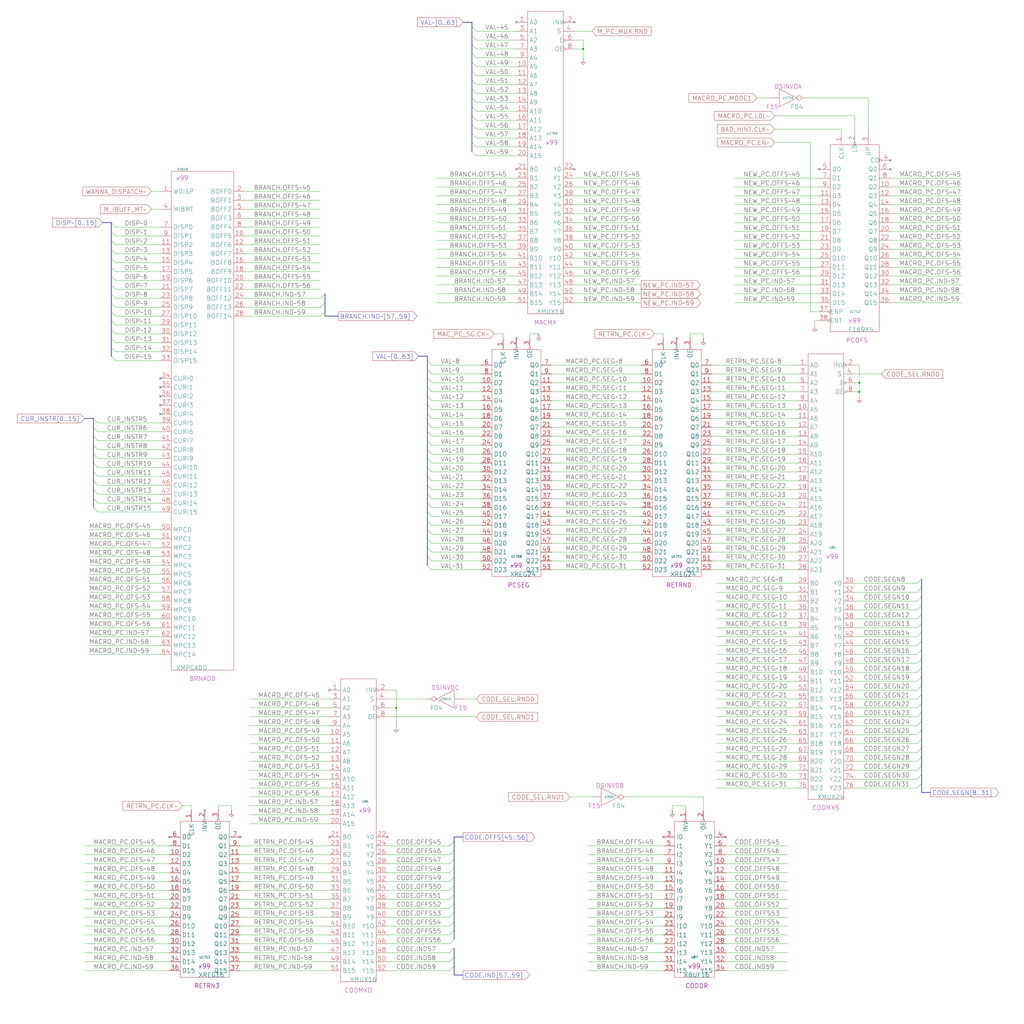
<source format=kicad_sch>
(kicad_sch (version 20230121) (generator eeschema)
  (paper "User" 584.2 584.2)
  (title_block (title "CODE REGISTER OUTPUT MUX") (date "22-MAY-90") (rev "1.0") (comment 1 "SEQUENCER") (comment 2 "232-003064") (comment 3 "S400") (comment 4 "RELEASED"))
  (junction (at 490.22 223.52))
  (junction (at 226.06 403.86))
  (junction (at 490.22 218.44))
  (junction (at 332.74 27.94))
  (no_connect (at 91.44 231.14))
  (no_connect (at 294.64 193.04))
  (no_connect (at 91.44 215.9))
  (no_connect (at 414.02 477.52))
  (no_connect (at 378.46 477.52))
  (no_connect (at 327.66 96.52))
  (no_connect (at 96.52 477.52))
  (no_connect (at 467.36 96.52))
  (no_connect (at 508 91.44))
  (no_connect (at 91.44 220.98))
  (no_connect (at 327.66 12.7))
  (no_connect (at 137.16 477.52))
  (no_connect (at 187.96 393.7))
  (no_connect (at 220.98 477.52))
  (no_connect (at 187.96 477.52))
  (no_connect (at 91.44 226.06))
  (no_connect (at 116.84 462.28))
  (no_connect (at 294.64 12.7))
  (no_connect (at 386.08 193.04))
  (no_connect (at 91.44 236.22))
  (no_connect (at 508 96.52))
  (no_connect (at 294.64 96.52))
  (bus_entry (at 243.84 220.98) (size 2.54 2.54))
  (bus_entry (at 53.34 279.4) (size 2.54 2.54))
  (bus_entry (at 243.84 276.86) (size 2.54 2.54))
  (bus_entry (at 243.84 205.74) (size 2.54 2.54))
  (bus_entry (at 259.08 495.3) (size -2.54 2.54))
  (bus_entry (at 269.24 66.04) (size 2.54 2.54))
  (bus_entry (at 259.08 515.62) (size -2.54 2.54))
  (bus_entry (at 63.5 172.72) (size 2.54 2.54))
  (bus_entry (at 525.78 436.88) (size -2.54 2.54))
  (bus_entry (at 525.78 355.6) (size -2.54 2.54))
  (bus_entry (at 243.84 236.22) (size 2.54 2.54))
  (bus_entry (at 53.34 254) (size 2.54 2.54))
  (bus_entry (at 53.34 238.76) (size 2.54 2.54))
  (bus_entry (at 63.5 203.2) (size 2.54 2.54))
  (bus_entry (at 525.78 441.96) (size -2.54 2.54))
  (bus_entry (at 525.78 401.32) (size -2.54 2.54))
  (bus_entry (at 243.84 312.42) (size 2.54 2.54))
  (bus_entry (at 525.78 431.8) (size -2.54 2.54))
  (bus_entry (at 63.5 157.48) (size 2.54 2.54))
  (bus_entry (at 525.78 421.64) (size -2.54 2.54))
  (bus_entry (at 53.34 289.56) (size 2.54 2.54))
  (bus_entry (at 525.78 447.04) (size -2.54 2.54))
  (bus_entry (at 53.34 264.16) (size 2.54 2.54))
  (bus_entry (at 63.5 142.24) (size 2.54 2.54))
  (bus_entry (at 53.34 248.92) (size 2.54 2.54))
  (bus_entry (at 243.84 256.54) (size 2.54 2.54))
  (bus_entry (at 63.5 187.96) (size 2.54 2.54))
  (bus_entry (at 243.84 302.26) (size 2.54 2.54))
  (bus_entry (at 269.24 35.56) (size 2.54 2.54))
  (bus_entry (at 185.42 167.64) (size -2.54 2.54))
  (bus_entry (at 259.08 505.46) (size -2.54 2.54))
  (bus_entry (at 269.24 40.64) (size 2.54 2.54))
  (bus_entry (at 269.24 81.28) (size 2.54 2.54))
  (bus_entry (at 269.24 50.8) (size 2.54 2.54))
  (bus_entry (at 525.78 350.52) (size -2.54 2.54))
  (bus_entry (at 269.24 60.96) (size 2.54 2.54))
  (bus_entry (at 243.84 292.1) (size 2.54 2.54))
  (bus_entry (at 259.08 551.18) (size -2.54 2.54))
  (bus_entry (at 269.24 71.12) (size 2.54 2.54))
  (bus_entry (at 525.78 335.28) (size -2.54 2.54))
  (bus_entry (at 525.78 365.76) (size -2.54 2.54))
  (bus_entry (at 243.84 210.82) (size 2.54 2.54))
  (bus_entry (at 259.08 480.06) (size -2.54 2.54))
  (bus_entry (at 53.34 259.08) (size 2.54 2.54))
  (bus_entry (at 63.5 152.4) (size 2.54 2.54))
  (bus_entry (at 53.34 284.48) (size 2.54 2.54))
  (bus_entry (at 243.84 251.46) (size 2.54 2.54))
  (bus_entry (at 525.78 386.08) (size -2.54 2.54))
  (bus_entry (at 243.84 266.7) (size 2.54 2.54))
  (bus_entry (at 53.34 243.84) (size 2.54 2.54))
  (bus_entry (at 259.08 510.54) (size -2.54 2.54))
  (bus_entry (at 243.84 281.94) (size 2.54 2.54))
  (bus_entry (at 259.08 546.1) (size -2.54 2.54))
  (bus_entry (at 63.5 177.8) (size 2.54 2.54))
  (bus_entry (at 243.84 246.38) (size 2.54 2.54))
  (bus_entry (at 243.84 241.3) (size 2.54 2.54))
  (bus_entry (at 525.78 375.92) (size -2.54 2.54))
  (bus_entry (at 525.78 391.16) (size -2.54 2.54))
  (bus_entry (at 269.24 45.72) (size 2.54 2.54))
  (bus_entry (at 185.42 177.8) (size -2.54 2.54))
  (bus_entry (at 269.24 15.24) (size 2.54 2.54))
  (bus_entry (at 269.24 20.32) (size 2.54 2.54))
  (bus_entry (at 63.5 198.12) (size 2.54 2.54))
  (bus_entry (at 525.78 345.44) (size -2.54 2.54))
  (bus_entry (at 525.78 330.2) (size -2.54 2.54))
  (bus_entry (at 525.78 416.56) (size -2.54 2.54))
  (bus_entry (at 259.08 490.22) (size -2.54 2.54))
  (bus_entry (at 243.84 271.78) (size 2.54 2.54))
  (bus_entry (at 525.78 396.24) (size -2.54 2.54))
  (bus_entry (at 243.84 322.58) (size 2.54 2.54))
  (bus_entry (at 259.08 525.78) (size -2.54 2.54))
  (bus_entry (at 243.84 317.5) (size 2.54 2.54))
  (bus_entry (at 63.5 162.56) (size 2.54 2.54))
  (bus_entry (at 63.5 127) (size 2.54 2.54))
  (bus_entry (at 525.78 381) (size -2.54 2.54))
  (bus_entry (at 525.78 426.72) (size -2.54 2.54))
  (bus_entry (at 259.08 535.94) (size -2.54 2.54))
  (bus_entry (at 243.84 226.06) (size 2.54 2.54))
  (bus_entry (at 525.78 340.36) (size -2.54 2.54))
  (bus_entry (at 53.34 274.32) (size 2.54 2.54))
  (bus_entry (at 53.34 269.24) (size 2.54 2.54))
  (bus_entry (at 525.78 370.84) (size -2.54 2.54))
  (bus_entry (at 243.84 261.62) (size 2.54 2.54))
  (bus_entry (at 269.24 55.88) (size 2.54 2.54))
  (bus_entry (at 63.5 147.32) (size 2.54 2.54))
  (bus_entry (at 525.78 411.48) (size -2.54 2.54))
  (bus_entry (at 243.84 231.14) (size 2.54 2.54))
  (bus_entry (at 269.24 30.48) (size 2.54 2.54))
  (bus_entry (at 63.5 182.88) (size 2.54 2.54))
  (bus_entry (at 269.24 86.36) (size 2.54 2.54))
  (bus_entry (at 259.08 500.38) (size -2.54 2.54))
  (bus_entry (at 269.24 76.2) (size 2.54 2.54))
  (bus_entry (at 525.78 406.4) (size -2.54 2.54))
  (bus_entry (at 243.84 307.34) (size 2.54 2.54))
  (bus_entry (at 269.24 25.4) (size 2.54 2.54))
  (bus_entry (at 259.08 530.86) (size -2.54 2.54))
  (bus_entry (at 525.78 360.68) (size -2.54 2.54))
  (bus_entry (at 243.84 297.18) (size 2.54 2.54))
  (bus_entry (at 63.5 193.04) (size 2.54 2.54))
  (bus_entry (at 259.08 485.14) (size -2.54 2.54))
  (bus_entry (at 185.42 172.72) (size -2.54 2.54))
  (bus_entry (at 259.08 541.02) (size -2.54 2.54))
  (bus_entry (at 63.5 132.08) (size 2.54 2.54))
  (bus_entry (at 63.5 137.16) (size 2.54 2.54))
  (bus_entry (at 243.84 215.9) (size 2.54 2.54))
  (bus_entry (at 63.5 167.64) (size 2.54 2.54))
  (bus_entry (at 243.84 287.02) (size 2.54 2.54))
  (bus_entry (at 259.08 520.7) (size -2.54 2.54))
  (wire (pts (xy 294.64 17.78) (xy 271.78 17.78)))
  (wire (pts (xy 406.4 264.16) (xy 454.66 264.16)))
  (wire (pts (xy 50.8 332.74) (xy 91.44 332.74)))
  (bus (pts (xy 259.08 515.62) (xy 259.08 520.7)))
  (wire (pts (xy 55.88 261.62) (xy 91.44 261.62)))
  (bus (pts (xy 185.42 177.8) (xy 185.42 180.34)))
  (wire (pts (xy 327.66 111.76) (xy 365.76 111.76)))
  (bus (pts (xy 259.08 505.46) (xy 259.08 510.54)))
  (wire (pts (xy 124.46 459.74) (xy 124.46 462.28)))
  (wire (pts (xy 220.98 398.78) (xy 243.84 398.78)))
  (wire (pts (xy 50.8 312.42) (xy 91.44 312.42)))
  (wire (pts (xy 220.98 543.56) (xy 256.54 543.56)))
  (wire (pts (xy 66.04 170.18) (xy 91.44 170.18)))
  (wire (pts (xy 327.66 172.72) (xy 365.76 172.72)))
  (wire (pts (xy 220.98 408.94) (xy 271.78 408.94)))
  (wire (pts (xy 66.04 185.42) (xy 91.44 185.42)))
  (wire (pts (xy 104.14 459.74) (xy 109.22 459.74)))
  (wire (pts (xy 462.28 177.8) (xy 467.36 177.8)))
  (wire (pts (xy 441.96 73.66) (xy 480.06 73.66)))
  (wire (pts (xy 408.94 403.86) (xy 454.66 403.86)))
  (wire (pts (xy 55.88 256.54) (xy 91.44 256.54)))
  (wire (pts (xy 406.4 248.92) (xy 454.66 248.92)))
  (bus (pts (xy 259.08 546.1) (xy 259.08 551.18)))
  (wire (pts (xy 314.96 294.64) (xy 365.76 294.64)))
  (wire (pts (xy 487.68 429.26) (xy 523.24 429.26)))
  (bus (pts (xy 269.24 15.24) (xy 269.24 20.32)))
  (wire (pts (xy 48.26 543.56) (xy 96.52 543.56)))
  (wire (pts (xy 414.02 518.16) (xy 449.58 518.16)))
  (wire (pts (xy 314.96 320.04) (xy 365.76 320.04)))
  (wire (pts (xy 248.92 147.32) (xy 294.64 147.32)))
  (wire (pts (xy 142.24 398.78) (xy 187.96 398.78)))
  (wire (pts (xy 246.38 238.76) (xy 274.32 238.76)))
  (bus (pts (xy 243.84 266.7) (xy 243.84 271.78)))
  (wire (pts (xy 406.4 208.28) (xy 454.66 208.28)))
  (wire (pts (xy 408.94 449.58) (xy 454.66 449.58)))
  (wire (pts (xy 487.68 449.58) (xy 523.24 449.58)))
  (wire (pts (xy 419.1 127) (xy 467.36 127)))
  (wire (pts (xy 248.92 121.92) (xy 294.64 121.92)))
  (wire (pts (xy 408.94 444.5) (xy 454.66 444.5)))
  (bus (pts (xy 185.42 172.72) (xy 185.42 177.8)))
  (wire (pts (xy 408.94 368.3) (xy 454.66 368.3)))
  (bus (pts (xy 525.78 411.48) (xy 525.78 406.4)))
  (bus (pts (xy 243.84 246.38) (xy 243.84 251.46)))
  (wire (pts (xy 248.92 116.84) (xy 294.64 116.84)))
  (wire (pts (xy 327.66 106.68) (xy 365.76 106.68)))
  (bus (pts (xy 53.34 284.48) (xy 53.34 289.56)))
  (wire (pts (xy 406.4 294.64) (xy 454.66 294.64)))
  (bus (pts (xy 269.24 45.72) (xy 269.24 50.8)))
  (bus (pts (xy 243.84 256.54) (xy 243.84 261.62)))
  (wire (pts (xy 314.96 314.96) (xy 365.76 314.96)))
  (wire (pts (xy 335.28 497.84) (xy 378.46 497.84)))
  (wire (pts (xy 406.4 213.36) (xy 454.66 213.36)))
  (wire (pts (xy 508 142.24) (xy 548.64 142.24)))
  (wire (pts (xy 246.38 299.72) (xy 274.32 299.72)))
  (wire (pts (xy 335.28 482.6) (xy 378.46 482.6)))
  (wire (pts (xy 508 137.16) (xy 548.64 137.16)))
  (wire (pts (xy 508 167.64) (xy 548.64 167.64)))
  (wire (pts (xy 487.68 383.54) (xy 523.24 383.54)))
  (wire (pts (xy 335.28 487.68) (xy 378.46 487.68)))
  (bus (pts (xy 259.08 551.18) (xy 259.08 556.26)))
  (wire (pts (xy 66.04 154.94) (xy 91.44 154.94)))
  (wire (pts (xy 50.8 368.3) (xy 91.44 368.3)))
  (bus (pts (xy 63.5 172.72) (xy 63.5 177.8)))
  (wire (pts (xy 467.36 182.88) (xy 464.82 182.88)))
  (wire (pts (xy 332.74 27.94) (xy 332.74 22.86)))
  (wire (pts (xy 246.38 228.6) (xy 274.32 228.6)))
  (wire (pts (xy 335.28 548.64) (xy 378.46 548.64)))
  (bus (pts (xy 53.34 279.4) (xy 53.34 284.48)))
  (wire (pts (xy 139.7 114.3) (xy 182.88 114.3)))
  (bus (pts (xy 525.78 335.28) (xy 525.78 340.36)))
  (wire (pts (xy 383.54 462.28) (xy 383.54 459.74)))
  (wire (pts (xy 142.24 414.02) (xy 187.96 414.02)))
  (wire (pts (xy 226.06 403.86) (xy 226.06 393.7)))
  (wire (pts (xy 246.38 314.96) (xy 274.32 314.96)))
  (wire (pts (xy 287.02 190.5) (xy 287.02 193.04)))
  (wire (pts (xy 419.1 106.68) (xy 467.36 106.68)))
  (wire (pts (xy 142.24 454.66) (xy 187.96 454.66)))
  (wire (pts (xy 139.7 129.54) (xy 182.88 129.54)))
  (bus (pts (xy 243.84 292.1) (xy 243.84 297.18)))
  (bus (pts (xy 243.84 322.58) (xy 243.84 317.5)))
  (wire (pts (xy 406.4 304.8) (xy 454.66 304.8)))
  (wire (pts (xy 490.22 218.44) (xy 490.22 223.52)))
  (wire (pts (xy 294.64 53.34) (xy 271.78 53.34)))
  (wire (pts (xy 408.94 383.54) (xy 454.66 383.54)))
  (wire (pts (xy 508 162.56) (xy 548.64 162.56)))
  (wire (pts (xy 419.1 132.08) (xy 467.36 132.08)))
  (wire (pts (xy 55.88 266.7) (xy 91.44 266.7)))
  (wire (pts (xy 66.04 195.58) (xy 91.44 195.58)))
  (wire (pts (xy 408.94 363.22) (xy 454.66 363.22)))
  (wire (pts (xy 314.96 254) (xy 365.76 254)))
  (wire (pts (xy 137.16 528.32) (xy 187.96 528.32)))
  (bus (pts (xy 525.78 381) (xy 525.78 386.08)))
  (wire (pts (xy 142.24 434.34) (xy 187.96 434.34)))
  (wire (pts (xy 414.02 492.76) (xy 449.58 492.76)))
  (bus (pts (xy 243.84 312.42) (xy 243.84 307.34)))
  (wire (pts (xy 55.88 241.3) (xy 91.44 241.3)))
  (wire (pts (xy 406.4 320.04) (xy 454.66 320.04)))
  (bus (pts (xy 269.24 50.8) (xy 269.24 55.88)))
  (bus (pts (xy 259.08 525.78) (xy 259.08 530.86)))
  (wire (pts (xy 66.04 165.1) (xy 91.44 165.1)))
  (wire (pts (xy 50.8 373.38) (xy 91.44 373.38)))
  (bus (pts (xy 259.08 541.02) (xy 259.08 546.1)))
  (wire (pts (xy 50.8 353.06) (xy 91.44 353.06)))
  (wire (pts (xy 271.78 398.78) (xy 264.16 398.78)))
  (wire (pts (xy 401.32 190.5) (xy 393.7 190.5)))
  (bus (pts (xy 63.5 152.4) (xy 63.5 157.48)))
  (wire (pts (xy 55.88 271.78) (xy 91.44 271.78)))
  (bus (pts (xy 185.42 167.64) (xy 185.42 172.72)))
  (wire (pts (xy 335.28 492.76) (xy 378.46 492.76)))
  (wire (pts (xy 314.96 218.44) (xy 365.76 218.44)))
  (wire (pts (xy 314.96 309.88) (xy 365.76 309.88)))
  (wire (pts (xy 508 116.84) (xy 548.64 116.84)))
  (wire (pts (xy 246.38 248.92) (xy 274.32 248.92)))
  (wire (pts (xy 406.4 314.96) (xy 454.66 314.96)))
  (wire (pts (xy 137.16 548.64) (xy 187.96 548.64)))
  (wire (pts (xy 248.92 127) (xy 294.64 127)))
  (bus (pts (xy 269.24 60.96) (xy 269.24 66.04)))
  (wire (pts (xy 408.94 353.06) (xy 454.66 353.06)))
  (wire (pts (xy 226.06 393.7) (xy 220.98 393.7)))
  (wire (pts (xy 480.06 76.2) (xy 480.06 73.66)))
  (bus (pts (xy 525.78 426.72) (xy 525.78 421.64)))
  (wire (pts (xy 294.64 48.26) (xy 271.78 48.26)))
  (wire (pts (xy 406.4 254) (xy 454.66 254)))
  (wire (pts (xy 66.04 149.86) (xy 91.44 149.86)))
  (wire (pts (xy 137.16 553.72) (xy 187.96 553.72)))
  (wire (pts (xy 139.7 160.02) (xy 182.88 160.02)))
  (bus (pts (xy 259.08 500.38) (xy 259.08 505.46)))
  (wire (pts (xy 142.24 464.82) (xy 187.96 464.82)))
  (bus (pts (xy 530.86 452.12) (xy 525.78 452.12)))
  (wire (pts (xy 139.7 170.18) (xy 182.88 170.18)))
  (wire (pts (xy 246.38 259.08) (xy 274.32 259.08)))
  (wire (pts (xy 66.04 144.78) (xy 91.44 144.78)))
  (wire (pts (xy 55.88 246.38) (xy 91.44 246.38)))
  (wire (pts (xy 294.64 83.82) (xy 271.78 83.82)))
  (wire (pts (xy 314.96 325.12) (xy 365.76 325.12)))
  (wire (pts (xy 419.1 137.16) (xy 467.36 137.16)))
  (wire (pts (xy 246.38 243.84) (xy 274.32 243.84)))
  (wire (pts (xy 487.68 398.78) (xy 523.24 398.78)))
  (wire (pts (xy 314.96 213.36) (xy 365.76 213.36)))
  (wire (pts (xy 66.04 134.62) (xy 91.44 134.62)))
  (wire (pts (xy 414.02 538.48) (xy 449.58 538.48)))
  (wire (pts (xy 414.02 548.64) (xy 449.58 548.64)))
  (wire (pts (xy 487.68 408.94) (xy 523.24 408.94)))
  (wire (pts (xy 246.38 269.24) (xy 274.32 269.24)))
  (wire (pts (xy 48.26 538.48) (xy 96.52 538.48)))
  (wire (pts (xy 220.98 518.16) (xy 256.54 518.16)))
  (wire (pts (xy 246.38 294.64) (xy 274.32 294.64)))
  (wire (pts (xy 383.54 459.74) (xy 391.16 459.74)))
  (bus (pts (xy 525.78 330.2) (xy 525.78 335.28)))
  (wire (pts (xy 220.98 523.24) (xy 256.54 523.24)))
  (wire (pts (xy 246.38 320.04) (xy 274.32 320.04)))
  (wire (pts (xy 508 111.76) (xy 548.64 111.76)))
  (wire (pts (xy 393.7 190.5) (xy 393.7 193.04)))
  (wire (pts (xy 431.8 55.88) (xy 439.42 55.88)))
  (bus (pts (xy 58.42 127) (xy 63.5 127)))
  (wire (pts (xy 132.08 462.28) (xy 132.08 459.74)))
  (wire (pts (xy 406.4 289.56) (xy 454.66 289.56)))
  (wire (pts (xy 508 101.6) (xy 548.64 101.6)))
  (wire (pts (xy 408.94 358.14) (xy 454.66 358.14)))
  (wire (pts (xy 66.04 139.7) (xy 91.44 139.7)))
  (bus (pts (xy 63.5 177.8) (xy 63.5 182.88)))
  (wire (pts (xy 508 127) (xy 548.64 127)))
  (wire (pts (xy 294.64 63.5) (xy 271.78 63.5)))
  (wire (pts (xy 490.22 226.06) (xy 490.22 223.52)))
  (bus (pts (xy 243.84 302.26) (xy 243.84 307.34)))
  (wire (pts (xy 335.28 528.32) (xy 378.46 528.32)))
  (bus (pts (xy 243.84 271.78) (xy 243.84 276.86)))
  (wire (pts (xy 419.1 111.76) (xy 467.36 111.76)))
  (wire (pts (xy 464.82 182.88) (xy 464.82 185.42)))
  (wire (pts (xy 294.64 73.66) (xy 271.78 73.66)))
  (bus (pts (xy 525.78 431.8) (xy 525.78 436.88)))
  (wire (pts (xy 248.92 167.64) (xy 294.64 167.64)))
  (wire (pts (xy 487.68 419.1) (xy 523.24 419.1)))
  (wire (pts (xy 142.24 403.86) (xy 187.96 403.86)))
  (wire (pts (xy 414.02 553.72) (xy 449.58 553.72)))
  (wire (pts (xy 86.36 119.38) (xy 91.44 119.38)))
  (wire (pts (xy 48.26 502.92) (xy 96.52 502.92)))
  (wire (pts (xy 414.02 523.24) (xy 449.58 523.24)))
  (wire (pts (xy 314.96 299.72) (xy 365.76 299.72)))
  (wire (pts (xy 406.4 279.4) (xy 454.66 279.4)))
  (wire (pts (xy 314.96 233.68) (xy 365.76 233.68)))
  (wire (pts (xy 487.68 393.7) (xy 523.24 393.7)))
  (wire (pts (xy 314.96 279.4) (xy 365.76 279.4)))
  (bus (pts (xy 264.16 477.52) (xy 259.08 477.52)))
  (wire (pts (xy 406.4 274.32) (xy 454.66 274.32)))
  (wire (pts (xy 294.64 43.18) (xy 271.78 43.18)))
  (bus (pts (xy 525.78 345.44) (xy 525.78 350.52)))
  (wire (pts (xy 314.96 284.48) (xy 365.76 284.48)))
  (bus (pts (xy 63.5 127) (xy 63.5 132.08)))
  (wire (pts (xy 48.26 523.24) (xy 96.52 523.24)))
  (bus (pts (xy 53.34 269.24) (xy 53.34 274.32)))
  (bus (pts (xy 53.34 248.92) (xy 53.34 254)))
  (wire (pts (xy 441.96 66.04) (xy 487.68 66.04)))
  (wire (pts (xy 246.38 218.44) (xy 274.32 218.44)))
  (wire (pts (xy 50.8 358.14) (xy 91.44 358.14)))
  (bus (pts (xy 243.84 226.06) (xy 243.84 231.14)))
  (wire (pts (xy 294.64 78.74) (xy 271.78 78.74)))
  (wire (pts (xy 487.68 353.06) (xy 523.24 353.06)))
  (wire (pts (xy 327.66 127) (xy 365.76 127)))
  (wire (pts (xy 48.26 513.08) (xy 96.52 513.08)))
  (wire (pts (xy 314.96 248.92) (xy 365.76 248.92)))
  (wire (pts (xy 50.8 317.5) (xy 91.44 317.5)))
  (bus (pts (xy 243.84 261.62) (xy 243.84 266.7)))
  (wire (pts (xy 508 132.08) (xy 548.64 132.08)))
  (bus (pts (xy 53.34 259.08) (xy 53.34 264.16)))
  (wire (pts (xy 50.8 302.26) (xy 91.44 302.26)))
  (wire (pts (xy 414.02 482.6) (xy 449.58 482.6)))
  (wire (pts (xy 248.92 157.48) (xy 294.64 157.48)))
  (wire (pts (xy 139.7 175.26) (xy 182.88 175.26)))
  (wire (pts (xy 246.38 279.4) (xy 274.32 279.4)))
  (wire (pts (xy 55.88 292.1) (xy 91.44 292.1)))
  (bus (pts (xy 243.84 281.94) (xy 243.84 287.02)))
  (wire (pts (xy 48.26 518.16) (xy 96.52 518.16)))
  (wire (pts (xy 248.92 172.72) (xy 294.64 172.72)))
  (wire (pts (xy 487.68 388.62) (xy 523.24 388.62)))
  (bus (pts (xy 269.24 81.28) (xy 269.24 86.36)))
  (bus (pts (xy 243.84 220.98) (xy 243.84 226.06)))
  (bus (pts (xy 63.5 193.04) (xy 63.5 198.12)))
  (wire (pts (xy 314.96 243.84) (xy 365.76 243.84)))
  (bus (pts (xy 63.5 198.12) (xy 63.5 203.2)))
  (wire (pts (xy 220.98 533.4) (xy 256.54 533.4)))
  (wire (pts (xy 142.24 444.5) (xy 187.96 444.5)))
  (wire (pts (xy 408.94 398.78) (xy 454.66 398.78)))
  (wire (pts (xy 142.24 408.94) (xy 187.96 408.94)))
  (wire (pts (xy 408.94 373.38) (xy 454.66 373.38)))
  (wire (pts (xy 508 106.68) (xy 548.64 106.68)))
  (wire (pts (xy 487.68 342.9) (xy 523.24 342.9)))
  (wire (pts (xy 248.92 152.4) (xy 294.64 152.4)))
  (wire (pts (xy 487.68 414.02) (xy 523.24 414.02)))
  (wire (pts (xy 414.02 508) (xy 449.58 508)))
  (wire (pts (xy 220.98 548.64) (xy 256.54 548.64)))
  (bus (pts (xy 525.78 370.84) (xy 525.78 375.92)))
  (wire (pts (xy 55.88 281.94) (xy 91.44 281.94)))
  (wire (pts (xy 50.8 307.34) (xy 91.44 307.34)))
  (wire (pts (xy 139.7 165.1) (xy 182.88 165.1)))
  (wire (pts (xy 142.24 429.26) (xy 187.96 429.26)))
  (wire (pts (xy 48.26 528.32) (xy 96.52 528.32)))
  (wire (pts (xy 414.02 533.4) (xy 449.58 533.4)))
  (wire (pts (xy 137.16 508) (xy 187.96 508)))
  (wire (pts (xy 50.8 347.98) (xy 91.44 347.98)))
  (wire (pts (xy 314.96 304.8) (xy 365.76 304.8)))
  (wire (pts (xy 406.4 233.68) (xy 454.66 233.68)))
  (bus (pts (xy 525.78 386.08) (xy 525.78 391.16)))
  (wire (pts (xy 419.1 157.48) (xy 467.36 157.48)))
  (wire (pts (xy 408.94 393.7) (xy 454.66 393.7)))
  (bus (pts (xy 243.84 210.82) (xy 243.84 215.9)))
  (bus (pts (xy 525.78 340.36) (xy 525.78 345.44)))
  (wire (pts (xy 66.04 180.34) (xy 91.44 180.34)))
  (wire (pts (xy 109.22 459.74) (xy 109.22 462.28)))
  (bus (pts (xy 269.24 30.48) (xy 269.24 35.56)))
  (wire (pts (xy 487.68 337.82) (xy 523.24 337.82)))
  (wire (pts (xy 294.64 27.94) (xy 271.78 27.94)))
  (bus (pts (xy 259.08 490.22) (xy 259.08 495.3)))
  (bus (pts (xy 269.24 35.56) (xy 269.24 40.64)))
  (wire (pts (xy 487.68 368.3) (xy 523.24 368.3)))
  (wire (pts (xy 408.94 342.9) (xy 454.66 342.9)))
  (wire (pts (xy 66.04 200.66) (xy 91.44 200.66)))
  (wire (pts (xy 137.16 518.16) (xy 187.96 518.16)))
  (wire (pts (xy 50.8 363.22) (xy 91.44 363.22)))
  (bus (pts (xy 525.78 447.04) (xy 525.78 452.12)))
  (bus (pts (xy 269.24 71.12) (xy 269.24 76.2)))
  (wire (pts (xy 487.68 347.98) (xy 523.24 347.98)))
  (wire (pts (xy 314.96 269.24) (xy 365.76 269.24)))
  (bus (pts (xy 63.5 167.64) (xy 63.5 172.72)))
  (wire (pts (xy 406.4 284.48) (xy 454.66 284.48)))
  (wire (pts (xy 391.16 459.74) (xy 391.16 462.28)))
  (bus (pts (xy 243.84 236.22) (xy 243.84 241.3)))
  (wire (pts (xy 487.68 363.22) (xy 523.24 363.22)))
  (wire (pts (xy 139.7 109.22) (xy 182.88 109.22)))
  (bus (pts (xy 53.34 264.16) (xy 53.34 269.24)))
  (wire (pts (xy 246.38 213.36) (xy 274.32 213.36)))
  (wire (pts (xy 48.26 548.64) (xy 96.52 548.64)))
  (wire (pts (xy 508 172.72) (xy 548.64 172.72)))
  (bus (pts (xy 269.24 20.32) (xy 269.24 25.4)))
  (wire (pts (xy 487.68 444.5) (xy 523.24 444.5)))
  (wire (pts (xy 248.92 111.76) (xy 294.64 111.76)))
  (wire (pts (xy 358.14 454.66) (xy 401.32 454.66)))
  (wire (pts (xy 314.96 208.28) (xy 365.76 208.28)))
  (wire (pts (xy 408.94 332.74) (xy 454.66 332.74)))
  (bus (pts (xy 259.08 485.14) (xy 259.08 490.22)))
  (wire (pts (xy 314.96 274.32) (xy 365.76 274.32)))
  (wire (pts (xy 414.02 528.32) (xy 449.58 528.32)))
  (wire (pts (xy 314.96 289.56) (xy 365.76 289.56)))
  (wire (pts (xy 248.92 106.68) (xy 294.64 106.68)))
  (wire (pts (xy 419.1 142.24) (xy 467.36 142.24)))
  (bus (pts (xy 269.24 25.4) (xy 269.24 30.48)))
  (bus (pts (xy 63.5 132.08) (xy 63.5 137.16)))
  (bus (pts (xy 53.34 238.76) (xy 53.34 243.84)))
  (wire (pts (xy 335.28 518.16) (xy 378.46 518.16)))
  (wire (pts (xy 294.64 58.42) (xy 271.78 58.42)))
  (wire (pts (xy 414.02 497.84) (xy 449.58 497.84)))
  (wire (pts (xy 335.28 523.24) (xy 378.46 523.24)))
  (wire (pts (xy 408.94 414.02) (xy 454.66 414.02)))
  (wire (pts (xy 142.24 424.18) (xy 187.96 424.18)))
  (wire (pts (xy 335.28 553.72) (xy 378.46 553.72)))
  (wire (pts (xy 66.04 160.02) (xy 91.44 160.02)))
  (wire (pts (xy 220.98 487.68) (xy 256.54 487.68)))
  (wire (pts (xy 327.66 116.84) (xy 365.76 116.84)))
  (wire (pts (xy 50.8 342.9) (xy 91.44 342.9)))
  (wire (pts (xy 487.68 218.44) (xy 490.22 218.44)))
  (wire (pts (xy 408.94 439.42) (xy 454.66 439.42)))
  (wire (pts (xy 220.98 513.08) (xy 256.54 513.08)))
  (wire (pts (xy 335.28 533.4) (xy 378.46 533.4)))
  (bus (pts (xy 269.24 76.2) (xy 269.24 81.28)))
  (wire (pts (xy 408.94 424.18) (xy 454.66 424.18)))
  (wire (pts (xy 246.38 264.16) (xy 274.32 264.16)))
  (bus (pts (xy 269.24 40.64) (xy 269.24 45.72)))
  (wire (pts (xy 419.1 121.92) (xy 467.36 121.92)))
  (bus (pts (xy 243.84 297.18) (xy 243.84 302.26)))
  (wire (pts (xy 414.02 487.68) (xy 449.58 487.68)))
  (wire (pts (xy 48.26 487.68) (xy 96.52 487.68)))
  (wire (pts (xy 137.16 533.4) (xy 187.96 533.4)))
  (bus (pts (xy 259.08 510.54) (xy 259.08 515.62)))
  (bus (pts (xy 525.78 365.76) (xy 525.78 370.84)))
  (wire (pts (xy 419.1 101.6) (xy 467.36 101.6)))
  (bus (pts (xy 259.08 477.52) (xy 259.08 480.06)))
  (wire (pts (xy 137.16 502.92) (xy 187.96 502.92)))
  (wire (pts (xy 246.38 208.28) (xy 274.32 208.28)))
  (wire (pts (xy 327.66 137.16) (xy 365.76 137.16)))
  (bus (pts (xy 243.84 215.9) (xy 243.84 220.98)))
  (wire (pts (xy 508 147.32) (xy 548.64 147.32)))
  (wire (pts (xy 220.98 492.76) (xy 256.54 492.76)))
  (wire (pts (xy 248.92 137.16) (xy 294.64 137.16)))
  (bus (pts (xy 63.5 157.48) (xy 63.5 162.56)))
  (wire (pts (xy 487.68 439.42) (xy 523.24 439.42)))
  (bus (pts (xy 63.5 182.88) (xy 63.5 187.96)))
  (wire (pts (xy 246.38 284.48) (xy 274.32 284.48)))
  (wire (pts (xy 419.1 147.32) (xy 467.36 147.32)))
  (wire (pts (xy 139.7 144.78) (xy 182.88 144.78)))
  (wire (pts (xy 401.32 193.04) (xy 401.32 190.5)))
  (wire (pts (xy 335.28 502.92) (xy 378.46 502.92)))
  (wire (pts (xy 408.94 388.62) (xy 454.66 388.62)))
  (wire (pts (xy 332.74 27.94) (xy 327.66 27.94)))
  (wire (pts (xy 139.7 154.94) (xy 182.88 154.94)))
  (bus (pts (xy 525.78 431.8) (xy 525.78 426.72)))
  (wire (pts (xy 332.74 22.86) (xy 327.66 22.86)))
  (wire (pts (xy 490.22 208.28) (xy 490.22 218.44)))
  (bus (pts (xy 264.16 12.7) (xy 269.24 12.7)))
  (wire (pts (xy 246.38 325.12) (xy 274.32 325.12)))
  (bus (pts (xy 63.5 147.32) (xy 63.5 152.4)))
  (bus (pts (xy 48.26 238.76) (xy 53.34 238.76)))
  (wire (pts (xy 335.28 543.56) (xy 378.46 543.56)))
  (wire (pts (xy 327.66 17.78) (xy 337.82 17.78)))
  (wire (pts (xy 487.68 76.2) (xy 487.68 66.04)))
  (wire (pts (xy 508 157.48) (xy 548.64 157.48)))
  (bus (pts (xy 525.78 375.92) (xy 525.78 381)))
  (wire (pts (xy 220.98 508) (xy 256.54 508)))
  (bus (pts (xy 243.84 203.2) (xy 243.84 205.74)))
  (wire (pts (xy 50.8 322.58) (xy 91.44 322.58)))
  (wire (pts (xy 487.68 208.28) (xy 490.22 208.28)))
  (wire (pts (xy 139.7 180.34) (xy 182.88 180.34)))
  (wire (pts (xy 487.68 434.34) (xy 523.24 434.34)))
  (bus (pts (xy 525.78 401.32) (xy 525.78 396.24)))
  (wire (pts (xy 137.16 543.56) (xy 187.96 543.56)))
  (wire (pts (xy 220.98 538.48) (xy 256.54 538.48)))
  (bus (pts (xy 238.76 203.2) (xy 243.84 203.2)))
  (wire (pts (xy 137.16 513.08) (xy 187.96 513.08)))
  (wire (pts (xy 226.06 414.02) (xy 226.06 403.86)))
  (wire (pts (xy 378.46 190.5) (xy 378.46 193.04)))
  (wire (pts (xy 294.64 33.02) (xy 271.78 33.02)))
  (wire (pts (xy 314.96 264.16) (xy 365.76 264.16)))
  (wire (pts (xy 408.94 429.26) (xy 454.66 429.26)))
  (bus (pts (xy 259.08 520.7) (xy 259.08 525.78)))
  (wire (pts (xy 50.8 327.66) (xy 91.44 327.66)))
  (wire (pts (xy 406.4 269.24) (xy 454.66 269.24)))
  (wire (pts (xy 414.02 502.92) (xy 449.58 502.92)))
  (bus (pts (xy 259.08 530.86) (xy 259.08 535.94)))
  (wire (pts (xy 487.68 332.74) (xy 523.24 332.74)))
  (wire (pts (xy 406.4 223.52) (xy 454.66 223.52)))
  (wire (pts (xy 406.4 299.72) (xy 454.66 299.72)))
  (wire (pts (xy 142.24 439.42) (xy 187.96 439.42)))
  (wire (pts (xy 294.64 68.58) (xy 271.78 68.58)))
  (wire (pts (xy 66.04 205.74) (xy 91.44 205.74)))
  (wire (pts (xy 327.66 152.4) (xy 365.76 152.4)))
  (wire (pts (xy 327.66 121.92) (xy 365.76 121.92)))
  (wire (pts (xy 137.16 487.68) (xy 187.96 487.68)))
  (bus (pts (xy 525.78 360.68) (xy 525.78 365.76)))
  (wire (pts (xy 66.04 129.54) (xy 91.44 129.54)))
  (wire (pts (xy 441.96 81.28) (xy 462.28 81.28)))
  (wire (pts (xy 327.66 132.08) (xy 365.76 132.08)))
  (bus (pts (xy 243.84 287.02) (xy 243.84 292.1)))
  (wire (pts (xy 248.92 101.6) (xy 294.64 101.6)))
  (bus (pts (xy 243.84 276.86) (xy 243.84 281.94)))
  (wire (pts (xy 327.66 101.6) (xy 365.76 101.6)))
  (bus (pts (xy 525.78 350.52) (xy 525.78 355.6)))
  (wire (pts (xy 246.38 289.56) (xy 274.32 289.56)))
  (wire (pts (xy 246.38 223.52) (xy 274.32 223.52)))
  (wire (pts (xy 48.26 533.4) (xy 96.52 533.4)))
  (wire (pts (xy 332.74 33.02) (xy 332.74 27.94)))
  (wire (pts (xy 314.96 238.76) (xy 365.76 238.76)))
  (wire (pts (xy 48.26 553.72) (xy 96.52 553.72)))
  (wire (pts (xy 462.28 81.28) (xy 462.28 177.8)))
  (wire (pts (xy 406.4 218.44) (xy 454.66 218.44)))
  (wire (pts (xy 414.02 513.08) (xy 449.58 513.08)))
  (wire (pts (xy 408.94 378.46) (xy 454.66 378.46)))
  (wire (pts (xy 48.26 508) (xy 96.52 508)))
  (wire (pts (xy 246.38 254) (xy 274.32 254)))
  (wire (pts (xy 414.02 543.56) (xy 449.58 543.56)))
  (wire (pts (xy 137.16 538.48) (xy 187.96 538.48)))
  (bus (pts (xy 243.84 205.74) (xy 243.84 210.82)))
  (wire (pts (xy 508 121.92) (xy 548.64 121.92)))
  (wire (pts (xy 406.4 259.08) (xy 454.66 259.08)))
  (wire (pts (xy 487.68 403.86) (xy 523.24 403.86)))
  (wire (pts (xy 248.92 162.56) (xy 294.64 162.56)))
  (wire (pts (xy 142.24 419.1) (xy 187.96 419.1)))
  (bus (pts (xy 525.78 355.6) (xy 525.78 360.68)))
  (wire (pts (xy 335.28 513.08) (xy 378.46 513.08)))
  (wire (pts (xy 406.4 325.12) (xy 454.66 325.12)))
  (wire (pts (xy 142.24 459.74) (xy 187.96 459.74)))
  (bus (pts (xy 63.5 142.24) (xy 63.5 147.32)))
  (wire (pts (xy 139.7 119.38) (xy 182.88 119.38)))
  (bus (pts (xy 53.34 243.84) (xy 53.34 248.92)))
  (wire (pts (xy 408.94 347.98) (xy 454.66 347.98)))
  (bus (pts (xy 525.78 416.56) (xy 525.78 421.64)))
  (wire (pts (xy 307.34 190.5) (xy 302.26 190.5)))
  (wire (pts (xy 220.98 482.6) (xy 256.54 482.6)))
  (bus (pts (xy 63.5 162.56) (xy 63.5 167.64)))
  (wire (pts (xy 246.38 274.32) (xy 274.32 274.32)))
  (wire (pts (xy 48.26 497.84) (xy 96.52 497.84)))
  (wire (pts (xy 335.28 538.48) (xy 378.46 538.48)))
  (wire (pts (xy 327.66 162.56) (xy 365.76 162.56)))
  (wire (pts (xy 406.4 309.88) (xy 454.66 309.88)))
  (wire (pts (xy 132.08 459.74) (xy 124.46 459.74)))
  (bus (pts (xy 53.34 274.32) (xy 53.34 279.4)))
  (wire (pts (xy 487.68 424.18) (xy 523.24 424.18)))
  (wire (pts (xy 373.38 190.5) (xy 378.46 190.5)))
  (wire (pts (xy 137.16 523.24) (xy 187.96 523.24)))
  (bus (pts (xy 185.42 180.34) (xy 193.04 180.34)))
  (wire (pts (xy 419.1 116.84) (xy 467.36 116.84)))
  (wire (pts (xy 487.68 213.36) (xy 502.92 213.36)))
  (wire (pts (xy 55.88 287.02) (xy 91.44 287.02)))
  (bus (pts (xy 243.84 251.46) (xy 243.84 256.54)))
  (wire (pts (xy 408.94 419.1) (xy 454.66 419.1)))
  (wire (pts (xy 419.1 172.72) (xy 467.36 172.72)))
  (wire (pts (xy 281.94 190.5) (xy 287.02 190.5)))
  (wire (pts (xy 248.92 132.08) (xy 294.64 132.08)))
  (wire (pts (xy 314.96 223.52) (xy 365.76 223.52)))
  (wire (pts (xy 314.96 259.08) (xy 365.76 259.08)))
  (bus (pts (xy 269.24 66.04) (xy 269.24 71.12)))
  (wire (pts (xy 139.7 139.7) (xy 182.88 139.7)))
  (wire (pts (xy 137.16 492.76) (xy 187.96 492.76)))
  (wire (pts (xy 48.26 482.6) (xy 96.52 482.6)))
  (bus (pts (xy 525.78 406.4) (xy 525.78 401.32)))
  (wire (pts (xy 327.66 142.24) (xy 365.76 142.24)))
  (wire (pts (xy 137.16 482.6) (xy 187.96 482.6)))
  (wire (pts (xy 406.4 238.76) (xy 454.66 238.76)))
  (wire (pts (xy 294.64 88.9) (xy 271.78 88.9)))
  (wire (pts (xy 419.1 167.64) (xy 467.36 167.64)))
  (wire (pts (xy 487.68 378.46) (xy 523.24 378.46)))
  (bus (pts (xy 269.24 12.7) (xy 269.24 15.24)))
  (bus (pts (xy 63.5 187.96) (xy 63.5 193.04)))
  (wire (pts (xy 86.36 109.22) (xy 91.44 109.22)))
  (wire (pts (xy 508 152.4) (xy 548.64 152.4)))
  (wire (pts (xy 220.98 553.72) (xy 256.54 553.72)))
  (wire (pts (xy 66.04 175.26) (xy 91.44 175.26)))
  (wire (pts (xy 401.32 454.66) (xy 401.32 462.28)))
  (wire (pts (xy 302.26 190.5) (xy 302.26 193.04)))
  (wire (pts (xy 137.16 497.84) (xy 187.96 497.84)))
  (wire (pts (xy 325.12 454.66) (xy 337.82 454.66)))
  (wire (pts (xy 406.4 228.6) (xy 454.66 228.6)))
  (bus (pts (xy 264.16 556.26) (xy 259.08 556.26)))
  (wire (pts (xy 327.66 157.48) (xy 365.76 157.48)))
  (wire (pts (xy 487.68 358.14) (xy 523.24 358.14)))
  (bus (pts (xy 243.84 241.3) (xy 243.84 246.38)))
  (wire (pts (xy 142.24 469.9) (xy 187.96 469.9)))
  (wire (pts (xy 142.24 449.58) (xy 187.96 449.58)))
  (wire (pts (xy 48.26 492.76) (xy 96.52 492.76)))
  (wire (pts (xy 408.94 408.94) (xy 454.66 408.94)))
  (bus (pts (xy 53.34 254) (xy 53.34 259.08)))
  (bus (pts (xy 63.5 137.16) (xy 63.5 142.24)))
  (wire (pts (xy 139.7 134.62) (xy 182.88 134.62)))
  (wire (pts (xy 408.94 337.82) (xy 454.66 337.82)))
  (wire (pts (xy 220.98 497.84) (xy 256.54 497.84)))
  (bus (pts (xy 259.08 480.06) (xy 259.08 485.14)))
  (wire (pts (xy 220.98 528.32) (xy 256.54 528.32)))
  (bus (pts (xy 525.78 416.56) (xy 525.78 411.48)))
  (wire (pts (xy 294.64 38.1) (xy 271.78 38.1)))
  (wire (pts (xy 294.64 22.86) (xy 271.78 22.86)))
  (wire (pts (xy 314.96 228.6) (xy 365.76 228.6)))
  (wire (pts (xy 55.88 276.86) (xy 91.44 276.86)))
  (wire (pts (xy 55.88 251.46) (xy 91.44 251.46)))
  (bus (pts (xy 269.24 55.88) (xy 269.24 60.96)))
  (wire (pts (xy 490.22 223.52) (xy 487.68 223.52)))
  (wire (pts (xy 495.3 76.2) (xy 495.3 55.88)))
  (bus (pts (xy 525.78 441.96) (xy 525.78 447.04)))
  (wire (pts (xy 50.8 337.82) (xy 91.44 337.82)))
  (wire (pts (xy 335.28 508) (xy 378.46 508)))
  (wire (pts (xy 459.74 55.88) (xy 495.3 55.88)))
  (wire (pts (xy 220.98 502.92) (xy 256.54 502.92)))
  (wire (pts (xy 139.7 149.86) (xy 182.88 149.86)))
  (wire (pts (xy 406.4 243.84) (xy 454.66 243.84)))
  (bus (pts (xy 243.84 231.14) (xy 243.84 236.22)))
  (bus (pts (xy 243.84 312.42) (xy 243.84 317.5)))
  (bus (pts (xy 259.08 495.3) (xy 259.08 500.38)))
  (wire (pts (xy 139.7 124.46) (xy 182.88 124.46)))
  (wire (pts (xy 487.68 373.38) (xy 523.24 373.38)))
  (wire (pts (xy 419.1 152.4) (xy 467.36 152.4)))
  (wire (pts (xy 419.1 162.56) (xy 467.36 162.56)))
  (wire (pts (xy 246.38 309.88) (xy 274.32 309.88)))
  (wire (pts (xy 226.06 403.86) (xy 220.98 403.86)))
  (wire (pts (xy 248.92 142.24) (xy 294.64 142.24)))
  (bus (pts (xy 525.78 436.88) (xy 525.78 441.96)))
  (wire (pts (xy 246.38 304.8) (xy 274.32 304.8)))
  (wire (pts (xy 327.66 147.32) (xy 365.76 147.32)))
  (wire (pts (xy 246.38 233.68) (xy 274.32 233.68)))
  (wire (pts (xy 327.66 167.64) (xy 365.76 167.64)))
  (bus (pts (xy 525.78 391.16) (xy 525.78 396.24)))
  (wire (pts (xy 66.04 190.5) (xy 91.44 190.5)))
  (wire (pts (xy 408.94 434.34) (xy 454.66 434.34)))
  (label "MACRO_PC.SEG~28" (at 322.58 309.88 0) (effects (font (size 2.54 2.54))))
  (label "BRANCH.OFFS~46" (at 256.54 106.68 0) (effects (font (size 2.54 2.54))))
  (label "MACRO_PC.SEG~20" (at 322.58 269.24 0) (effects (font (size 2.54 2.54))))
  (label "DISP~11" (at 71.12 185.42 0) (effects (font (size 2.54 2.54))))
  (label "MACRO_PC.OFS~52" (at 147.32 434.34 0) (effects (font (size 2.54 2.54))))
  (label "CODE.OFFS47" (at 226.06 492.76 0) (effects (font (size 2.54 2.54))))
  (label "MACRO_PC.IND~59" (at 147.32 469.9 0) (effects (font (size 2.54 2.54))))
  (label "BRANCH.OFFS~49" (at 340.36 502.92 0) (effects (font (size 2.54 2.54))))
  (label "RETRN_PC.SEG~14" (at 414.02 238.76 0) (effects (font (size 2.54 2.54))))
  (label "CUR_INSTR8" (at 60.96 256.54 0) (effects (font (size 2.54 2.54))))
  (label "MACRO_PC.SEG~18" (at 322.58 259.08 0) (effects (font (size 2.54 2.54))))
  (label "MACRO_PC.SEG~10" (at 414.02 342.9 0) (effects (font (size 2.54 2.54))))
  (label "BRANCH.OFFS~45" (at 144.78 109.22 0) (effects (font (size 2.54 2.54))))
  (label "VAL~31" (at 251.46 325.12 0) (effects (font (size 2.54 2.54))))
  (label "MACRO_PC.OFS~45" (at 147.32 398.78 0) (effects (font (size 2.54 2.54))))
  (label "VAL~11" (at 251.46 223.52 0) (effects (font (size 2.54 2.54))))
  (label "MACRO_PC.OFS~54" (at 513.08 147.32 0) (effects (font (size 2.54 2.54))))
  (label "CODE.SEGN15" (at 492.76 368.3 0) (effects (font (size 2.54 2.54))))
  (label "CODE.OFFS54" (at 419.1 528.32 0) (effects (font (size 2.54 2.54))))
  (label "RETRN_PC.OFS~54" (at 144.78 528.32 0) (effects (font (size 2.54 2.54))))
  (label "VAL~25" (at 251.46 294.64 0) (effects (font (size 2.54 2.54))))
  (label "RETRN_PC.IND~59" (at 144.78 553.72 0) (effects (font (size 2.54 2.54))))
  (label "BRANCH.OFFS~55" (at 144.78 160.02 0) (effects (font (size 2.54 2.54))))
  (label "VAL~46" (at 276.86 22.86 0) (effects (font (size 2.54 2.54))))
  (label "BRANCH.OFFS~51" (at 340.36 513.08 0) (effects (font (size 2.54 2.54))))
  (label "MACRO_PC.OFS~49" (at 53.34 502.92 0) (effects (font (size 2.54 2.54))))
  (label "BRANCH.OFFS~50" (at 144.78 134.62 0) (effects (font (size 2.54 2.54))))
  (label "BRANCH.OFFS~47" (at 256.54 111.76 0) (effects (font (size 2.54 2.54))))
  (label "BRANCH.OFFS~46" (at 340.36 487.68 0) (effects (font (size 2.54 2.54))))
  (label "RETRN_PC.OFS~46" (at 144.78 487.68 0) (effects (font (size 2.54 2.54))))
  (label "RETRN_PC.SEG~22" (at 414.02 279.4 0) (effects (font (size 2.54 2.54))))
  (label "MACRO_PC.OFS~45" (at 513.08 101.6 0) (effects (font (size 2.54 2.54))))
  (label "MACRO_PC.SEG~23" (at 322.58 284.48 0) (effects (font (size 2.54 2.54))))
  (label "CODE.SEGN25" (at 492.76 419.1 0) (effects (font (size 2.54 2.54))))
  (label "CODE.SEGN14" (at 492.76 363.22 0) (effects (font (size 2.54 2.54))))
  (label "MACRO_PC.OFS~52" (at 513.08 137.16 0) (effects (font (size 2.54 2.54))))
  (label "RETRN_PC.SEG~26" (at 414.02 299.72 0) (effects (font (size 2.54 2.54))))
  (label "BRANCH.OFFS~48" (at 256.54 116.84 0) (effects (font (size 2.54 2.54))))
  (label "BRANCH.IND~58" (at 144.78 175.26 0) (effects (font (size 2.54 2.54))))
  (label "RETRN_PC.SEG~10" (at 414.02 218.44 0) (effects (font (size 2.54 2.54))))
  (label "RETRN_PC.SEG~24" (at 414.02 289.56 0) (effects (font (size 2.54 2.54))))
  (label "MACRO_PC.SEG~24" (at 414.02 414.02 0) (effects (font (size 2.54 2.54))))
  (label "NEW_PC.OFFS~48" (at 424.18 116.84 0) (effects (font (size 2.54 2.54))))
  (label "MACRO_PC.SEG~22" (at 322.58 279.4 0) (effects (font (size 2.54 2.54))))
  (label "BRANCH.OFFS~53" (at 340.36 523.24 0) (effects (font (size 2.54 2.54))))
  (label "VAL~29" (at 251.46 314.96 0) (effects (font (size 2.54 2.54))))
  (label "BRANCH.OFFS~56" (at 256.54 157.48 0) (effects (font (size 2.54 2.54))))
  (label "MACRO_PC.SEG~8" (at 322.58 208.28 0) (effects (font (size 2.54 2.54))))
  (label "CODE.OFFS50" (at 226.06 508 0) (effects (font (size 2.54 2.54))))
  (label "CODE.OFFS47" (at 419.1 492.76 0) (effects (font (size 2.54 2.54))))
  (label "MACRO_PC.OFS~48" (at 513.08 116.84 0) (effects (font (size 2.54 2.54))))
  (label "MACRO_PC.SEG~17" (at 414.02 378.46 0) (effects (font (size 2.54 2.54))))
  (label "DISP~3" (at 71.12 144.78 0) (effects (font (size 2.54 2.54))))
  (label "RETRN_PC.IND~58" (at 144.78 548.64 0) (effects (font (size 2.54 2.54))))
  (label "CODE.OFFS49" (at 419.1 502.92 0) (effects (font (size 2.54 2.54))))
  (label "MACRO_PC.SEG~11" (at 322.58 223.52 0) (effects (font (size 2.54 2.54))))
  (label "VAL~57" (at 276.86 78.74 0) (effects (font (size 2.54 2.54))))
  (label "CODE.SEGN10" (at 492.76 342.9 0) (effects (font (size 2.54 2.54))))
  (label "MACRO_PC.OFS~46" (at 53.34 487.68 0) (effects (font (size 2.54 2.54))))
  (label "BRANCH.OFFS~45" (at 256.54 101.6 0) (effects (font (size 2.54 2.54))))
  (label "MACRO_PC.IND~59" (at 513.08 172.72 0) (effects (font (size 2.54 2.54))))
  (label "MACRO_PC.OFS~48" (at 53.34 497.84 0) (effects (font (size 2.54 2.54))))
  (label "MACRO_PC.SEG~16" (at 322.58 248.92 0) (effects (font (size 2.54 2.54))))
  (label "MACRO_PC.SEG~14" (at 414.02 363.22 0) (effects (font (size 2.54 2.54))))
  (label "CODE.OFFS56" (at 419.1 538.48 0) (effects (font (size 2.54 2.54))))
  (label "NEW_PC.OFFS~52" (at 332.74 137.16 0) (effects (font (size 2.54 2.54))))
  (label "BRANCH.OFFS~53" (at 144.78 149.86 0) (effects (font (size 2.54 2.54))))
  (label "NEW_PC.OFFS~49" (at 332.74 121.92 0) (effects (font (size 2.54 2.54))))
  (label "CODE.SEGN27" (at 492.76 429.26 0) (effects (font (size 2.54 2.54))))
  (label "NEW_PC.OFFS~54" (at 424.18 147.32 0) (effects (font (size 2.54 2.54))))
  (label "BRANCH.OFFS~52" (at 340.36 518.16 0) (effects (font (size 2.54 2.54))))
  (label "BRANCH.OFFS~48" (at 144.78 124.46 0) (effects (font (size 2.54 2.54))))
  (label "NEW_PC.OFFS~50" (at 332.74 127 0) (effects (font (size 2.54 2.54))))
  (label "MACRO_PC.OFS~45" (at 53.34 482.6 0) (effects (font (size 2.54 2.54))))
  (label "MACRO_PC.OFS~51" (at 53.34 513.08 0) (effects (font (size 2.54 2.54))))
  (label "CODE.IND58" (at 419.1 548.64 0) (effects (font (size 2.54 2.54))))
  (label "RETRN_PC.OFS~51" (at 144.78 513.08 0) (effects (font (size 2.54 2.54))))
  (label "BRANCH.OFFS~54" (at 144.78 154.94 0) (effects (font (size 2.54 2.54))))
  (label "MACRO_PC.SEG~9" (at 414.02 337.82 0) (effects (font (size 2.54 2.54))))
  (label "MACRO_PC.OFS~55" (at 147.32 449.58 0) (effects (font (size 2.54 2.54))))
  (label "VAL~55" (at 276.86 68.58 0) (effects (font (size 2.54 2.54))))
  (label "MACRO_PC.SEG~30" (at 322.58 320.04 0) (effects (font (size 2.54 2.54))))
  (label "VAL~16" (at 251.46 248.92 0) (effects (font (size 2.54 2.54))))
  (label "CODE.IND57" (at 226.06 543.56 0) (effects (font (size 2.54 2.54))))
  (label "DISP~4" (at 71.12 149.86 0) (effects (font (size 2.54 2.54))))
  (label "NEW_PC.OFFS~51" (at 424.18 132.08 0) (effects (font (size 2.54 2.54))))
  (label "NEW_PC.IND~58" (at 332.74 167.64 0) (effects (font (size 2.54 2.54))))
  (label "MACRO_PC.OFS~55" (at 513.08 152.4 0) (effects (font (size 2.54 2.54))))
  (label "VAL~10" (at 251.46 218.44 0) (effects (font (size 2.54 2.54))))
  (label "MACRO_PC.SEG~28" (at 414.02 434.34 0) (effects (font (size 2.54 2.54))))
  (label "NEW_PC.OFFS~45" (at 424.18 101.6 0) (effects (font (size 2.54 2.54))))
  (label "MACRO_PC.OFS~56" (at 50.8 358.14 0) (effects (font (size 2.54 2.54))))
  (label "BRANCH.OFFS~52" (at 256.54 137.16 0) (effects (font (size 2.54 2.54))))
  (label "MACRO_PC.SEG~8" (at 414.02 332.74 0) (effects (font (size 2.54 2.54))))
  (label "RETRN_PC.SEG~20" (at 414.02 269.24 0) (effects (font (size 2.54 2.54))))
  (label "BRANCH.IND~58" (at 340.36 548.64 0) (effects (font (size 2.54 2.54))))
  (label "CODE.OFFS53" (at 419.1 523.24 0) (effects (font (size 2.54 2.54))))
  (label "CUR_INSTR9" (at 60.96 261.62 0) (effects (font (size 2.54 2.54))))
  (label "MACRO_PC.SEG~29" (at 414.02 439.42 0) (effects (font (size 2.54 2.54))))
  (label "RETRN_PC.SEG~31" (at 414.02 325.12 0) (effects (font (size 2.54 2.54))))
  (label "MACRO_PC.OFS~56" (at 53.34 538.48 0) (effects (font (size 2.54 2.54))))
  (label "VAL~13" (at 251.46 233.68 0) (effects (font (size 2.54 2.54))))
  (label "BRANCH.OFFS~46" (at 144.78 114.3 0) (effects (font (size 2.54 2.54))))
  (label "VAL~23" (at 251.46 284.48 0) (effects (font (size 2.54 2.54))))
  (label "NEW_PC.OFFS~52" (at 424.18 137.16 0) (effects (font (size 2.54 2.54))))
  (label "CODE.SEGN21" (at 492.76 398.78 0) (effects (font (size 2.54 2.54))))
  (label "MACRO_PC.IND~58" (at 50.8 368.3 0) (effects (font (size 2.54 2.54))))
  (label "MACRO_PC.IND~58" (at 53.34 548.64 0) (effects (font (size 2.54 2.54))))
  (label "BRANCH.OFFS~50" (at 340.36 508 0) (effects (font (size 2.54 2.54))))
  (label "MACRO_PC.IND~57" (at 513.08 162.56 0) (effects (font (size 2.54 2.54))))
  (label "VAL~17" (at 251.46 254 0) (effects (font (size 2.54 2.54))))
  (label "BRANCH.OFFS~56" (at 144.78 165.1 0) (effects (font (size 2.54 2.54))))
  (label "BRANCH.OFFS~47" (at 340.36 492.76 0) (effects (font (size 2.54 2.54))))
  (label "CODE.SEGN12" (at 492.76 353.06 0) (effects (font (size 2.54 2.54))))
  (label "VAL~28" (at 251.46 309.88 0) (effects (font (size 2.54 2.54))))
  (label "MACRO_PC.OFS~45" (at 50.8 302.26 0) (effects (font (size 2.54 2.54))))
  (label "DISP~8" (at 71.12 170.18 0) (effects (font (size 2.54 2.54))))
  (label "BRANCH.OFFS~52" (at 144.78 144.78 0) (effects (font (size 2.54 2.54))))
  (label "MACRO_PC.OFS~48" (at 147.32 414.02 0) (effects (font (size 2.54 2.54))))
  (label "BRANCH.IND~59" (at 259.08 172.72 0) (effects (font (size 2.54 2.54))))
  (label "CODE.IND59" (at 226.06 553.72 0) (effects (font (size 2.54 2.54))))
  (label "RETRN_PC.SEG~17" (at 414.02 254 0) (effects (font (size 2.54 2.54))))
  (label "BRANCH.OFFS~48" (at 340.36 497.84 0) (effects (font (size 2.54 2.54))))
  (label "CODE.SEGN11" (at 492.76 347.98 0) (effects (font (size 2.54 2.54))))
  (label "DISP~13" (at 71.12 195.58 0) (effects (font (size 2.54 2.54))))
  (label "CUR_INSTR10" (at 60.96 266.7 0) (effects (font (size 2.54 2.54))))
  (label "RETRN_PC.OFS~50" (at 144.78 508 0) (effects (font (size 2.54 2.54))))
  (label "MACRO_PC.SEG~19" (at 322.58 264.16 0) (effects (font (size 2.54 2.54))))
  (label "CUR_INSTR6" (at 60.96 246.38 0) (effects (font (size 2.54 2.54))))
  (label "CODE.IND57" (at 419.1 543.56 0) (effects (font (size 2.54 2.54))))
  (label "MACRO_PC.OFS~49" (at 513.08 121.92 0) (effects (font (size 2.54 2.54))))
  (label "CODE.OFFS51" (at 226.06 513.08 0) (effects (font (size 2.54 2.54))))
  (label "MACRO_PC.SEG~31" (at 414.02 449.58 0) (effects (font (size 2.54 2.54))))
  (label "NEW_PC.OFFS~46" (at 332.74 106.68 0) (effects (font (size 2.54 2.54))))
  (label "DISP~9" (at 71.12 175.26 0) (effects (font (size 2.54 2.54))))
  (label "CODE.OFFS52" (at 419.1 518.16 0) (effects (font (size 2.54 2.54))))
  (label "DISP~14" (at 71.12 200.66 0) (effects (font (size 2.54 2.54))))
  (label "MACRO_PC.SEG~26" (at 322.58 299.72 0) (effects (font (size 2.54 2.54))))
  (label "MACRO_PC.OFS~52" (at 53.34 518.16 0) (effects (font (size 2.54 2.54))))
  (label "RETRN_PC.OFS~47" (at 144.78 492.76 0) (effects (font (size 2.54 2.54))))
  (label "NEW_PC.IND~59" (at 332.74 172.72 0) (effects (font (size 2.54 2.54))))
  (label "MACRO_PC.OFS~46" (at 147.32 403.86 0) (effects (font (size 2.54 2.54))))
  (label "CUR_INSTR14" (at 60.96 287.02 0) (effects (font (size 2.54 2.54))))
  (label "VAL~26" (at 251.46 299.72 0) (effects (font (size 2.54 2.54))))
  (label "NEW_PC.OFFS~47" (at 332.74 111.76 0) (effects (font (size 2.54 2.54))))
  (label "CODE.OFFS48" (at 226.06 497.84 0) (effects (font (size 2.54 2.54))))
  (label "NEW_PC.OFFS~51" (at 332.74 132.08 0) (effects (font (size 2.54 2.54))))
  (label "BRANCH.OFFS~54" (at 340.36 528.32 0) (effects (font (size 2.54 2.54))))
  (label "DISP~15" (at 71.12 205.74 0) (effects (font (size 2.54 2.54))))
  (label "MACRO_PC.OFS~46" (at 50.8 307.34 0) (effects (font (size 2.54 2.54))))
  (label "DISP~6" (at 71.12 160.02 0) (effects (font (size 2.54 2.54))))
  (label "NEW_PC.OFFS~47" (at 424.18 111.76 0) (effects (font (size 2.54 2.54))))
  (label "RETRN_PC.OFS~45" (at 144.78 482.6 0) (effects (font (size 2.54 2.54))))
  (label "CODE.SEGN19" (at 492.76 388.62 0) (effects (font (size 2.54 2.54))))
  (label "NEW_PC.OFFS~50" (at 424.18 127 0) (effects (font (size 2.54 2.54))))
  (label "MACRO_PC.SEG~22" (at 414.02 403.86 0) (effects (font (size 2.54 2.54))))
  (label "CUR_INSTR5" (at 60.96 241.3 0) (effects (font (size 2.54 2.54))))
  (label "RETRN_PC.SEG~23" (at 414.02 284.48 0) (effects (font (size 2.54 2.54))))
  (label "VAL~12" (at 251.46 228.6 0) (effects (font (size 2.54 2.54))))
  (label "RETRN_PC.SEG~28" (at 414.02 309.88 0) (effects (font (size 2.54 2.54))))
  (label "RETRN_PC.OFS~52" (at 144.78 518.16 0) (effects (font (size 2.54 2.54))))
  (label "RETRN_PC.SEG~18" (at 414.02 259.08 0) (effects (font (size 2.54 2.54))))
  (label "DISP~0" (at 71.12 129.54 0) (effects (font (size 2.54 2.54))))
  (label "CUR_INSTR12" (at 60.96 276.86 0) (effects (font (size 2.54 2.54))))
  (label "CODE.OFFS54" (at 226.06 528.32 0) (effects (font (size 2.54 2.54))))
  (label "CODE.OFFS45" (at 226.06 482.6 0) (effects (font (size 2.54 2.54))))
  (label "VAL~14" (at 251.46 238.76 0) (effects (font (size 2.54 2.54))))
  (label "VAL~52" (at 276.86 53.34 0) (effects (font (size 2.54 2.54))))
  (label "CODE.SEGN29" (at 492.76 439.42 0) (effects (font (size 2.54 2.54))))
  (label "NEW_PC.IND~57" (at 332.74 162.56 0) (effects (font (size 2.54 2.54))))
  (label "CODE.SEGN23" (at 492.76 408.94 0) (effects (font (size 2.54 2.54))))
  (label "BRANCH.OFFS~55" (at 256.54 152.4 0) (effects (font (size 2.54 2.54))))
  (label "NEW_PC.OFFS~56" (at 332.74 157.48 0) (effects (font (size 2.54 2.54))))
  (label "VAL~48" (at 276.86 33.02 0) (effects (font (size 2.54 2.54))))
  (label "MACRO_PC.OFS~50" (at 513.08 127 0) (effects (font (size 2.54 2.54))))
  (label "NEW_PC.OFFS~55" (at 332.74 152.4 0) (effects (font (size 2.54 2.54))))
  (label "MACRO_PC.OFS~53" (at 50.8 342.9 0) (effects (font (size 2.54 2.54))))
  (label "RETRN_PC.SEG~11" (at 414.02 223.52 0) (effects (font (size 2.54 2.54))))
  (label "MACRO_PC.SEG~31" (at 322.58 325.12 0) (effects (font (size 2.54 2.54))))
  (label "RETRN_PC.SEG~9" (at 414.02 213.36 0) (effects (font (size 2.54 2.54))))
  (label "NEW_PC.OFFS~45" (at 332.74 101.6 0) (effects (font (size 2.54 2.54))))
  (label "BRANCH.OFFS~56" (at 340.36 538.48 0) (effects (font (size 2.54 2.54))))
  (label "BRANCH.OFFS~51" (at 144.78 139.7 0) (effects (font (size 2.54 2.54))))
  (label "MACRO_PC.SEG~13" (at 414.02 358.14 0) (effects (font (size 2.54 2.54))))
  (label "MACRO_PC.OFS~52" (at 50.8 337.82 0) (effects (font (size 2.54 2.54))))
  (label "CODE.SEGN24" (at 492.76 414.02 0) (effects (font (size 2.54 2.54))))
  (label "MACRO_PC.IND~57" (at 147.32 459.74 0) (effects (font (size 2.54 2.54))))
  (label "MACRO_PC.OFS~49" (at 147.32 419.1 0) (effects (font (size 2.54 2.54))))
  (label "MACRO_PC.OFS~51" (at 147.32 429.26 0) (effects (font (size 2.54 2.54))))
  (label "NEW_PC.IND~57" (at 424.18 162.56 0) (effects (font (size 2.54 2.54))))
  (label "MACRO_PC.OFS~55" (at 53.34 533.4 0) (effects (font (size 2.54 2.54))))
  (label "VAL~53" (at 276.86 58.42 0) (effects (font (size 2.54 2.54))))
  (label "MACRO_PC.OFS~54" (at 147.32 444.5 0) (effects (font (size 2.54 2.54))))
  (label "NEW_PC.OFFS~55" (at 424.18 152.4 0) (effects (font (size 2.54 2.54))))
  (label "VAL~27" (at 251.46 304.8 0) (effects (font (size 2.54 2.54))))
  (label "BRANCH.IND~57" (at 340.36 543.56 0) (effects (font (size 2.54 2.54))))
  (label "RETRN_PC.SEG~21" (at 414.02 274.32 0) (effects (font (size 2.54 2.54))))
  (label "MACRO_PC.IND~57" (at 53.34 543.56 0) (effects (font (size 2.54 2.54))))
  (label "MACRO_PC.SEG~30" (at 414.02 444.5 0) (effects (font (size 2.54 2.54))))
  (label "VAL~22" (at 251.46 279.4 0) (effects (font (size 2.54 2.54))))
  (label "VAL~58" (at 276.86 83.82 0) (effects (font (size 2.54 2.54))))
  (label "RETRN_PC.SEG~16" (at 414.02 248.92 0) (effects (font (size 2.54 2.54))))
  (label "CUR_INSTR13" (at 60.96 281.94 0) (effects (font (size 2.54 2.54))))
  (label "MACRO_PC.OFS~47" (at 53.34 492.76 0) (effects (font (size 2.54 2.54))))
  (label "VAL~18" (at 251.46 259.08 0) (effects (font (size 2.54 2.54))))
  (label "CODE.SEGN20" (at 492.76 393.7 0) (effects (font (size 2.54 2.54))))
  (label "BRANCH.OFFS~54" (at 256.54 147.32 0) (effects (font (size 2.54 2.54))))
  (label "DISP~12" (at 71.12 190.5 0) (effects (font (size 2.54 2.54))))
  (label "VAL~24" (at 251.46 289.56 0) (effects (font (size 2.54 2.54))))
  (label "MACRO_PC.OFS~47" (at 147.32 408.94 0) (effects (font (size 2.54 2.54))))
  (label "NEW_PC.OFFS~49" (at 424.18 121.92 0) (effects (font (size 2.54 2.54))))
  (label "NEW_PC.OFFS~53" (at 332.74 142.24 0) (effects (font (size 2.54 2.54))))
  (label "BRANCH.OFFS~47" (at 144.78 119.38 0) (effects (font (size 2.54 2.54))))
  (label "BRANCH.IND~57" (at 259.08 162.56 0) (effects (font (size 2.54 2.54))))
  (label "MACRO_PC.SEG~15" (at 414.02 368.3 0) (effects (font (size 2.54 2.54))))
  (label "MACRO_PC.SEG~12" (at 322.58 228.6 0) (effects (font (size 2.54 2.54))))
  (label "BRANCH.OFFS~49" (at 144.78 129.54 0) (effects (font (size 2.54 2.54))))
  (label "NEW_PC.OFFS~54" (at 332.74 147.32 0) (effects (font (size 2.54 2.54))))
  (label "RETRN_PC.SEG~29" (at 414.02 314.96 0) (effects (font (size 2.54 2.54))))
  (label "DISP~10" (at 71.12 180.34 0) (effects (font (size 2.54 2.54))))
  (label "RETRN_PC.OFS~53" (at 144.78 523.24 0) (effects (font (size 2.54 2.54))))
  (label "VAL~20" (at 251.46 269.24 0) (effects (font (size 2.54 2.54))))
  (label "MACRO_PC.SEG~25" (at 322.58 294.64 0) (effects (font (size 2.54 2.54))))
  (label "MACRO_PC.OFS~51" (at 513.08 132.08 0) (effects (font (size 2.54 2.54))))
  (label "MACRO_PC.IND~58" (at 147.32 464.82 0) (effects (font (size 2.54 2.54))))
  (label "RETRN_PC.SEG~12" (at 414.02 228.6 0) (effects (font (size 2.54 2.54))))
  (label "RETRN_PC.SEG~30" (at 414.02 320.04 0) (effects (font (size 2.54 2.54))))
  (label "RETRN_PC.SEG~8" (at 414.02 208.28 0) (effects (font (size 2.54 2.54))))
  (label "RETRN_PC.SEG~19" (at 414.02 264.16 0) (effects (font (size 2.54 2.54))))
  (label "BRANCH.OFFS~45" (at 340.36 482.6 0) (effects (font (size 2.54 2.54))))
  (label "MACRO_PC.SEG~29" (at 322.58 314.96 0) (effects (font (size 2.54 2.54))))
  (label "MACRO_PC.OFS~49" (at 50.8 322.58 0) (effects (font (size 2.54 2.54))))
  (label "DISP~2" (at 71.12 139.7 0) (effects (font (size 2.54 2.54))))
  (label "DISP~5" (at 71.12 154.94 0) (effects (font (size 2.54 2.54))))
  (label "CUR_INSTR11" (at 60.96 271.78 0) (effects (font (size 2.54 2.54))))
  (label "BRANCH.OFFS~49" (at 256.54 121.92 0) (effects (font (size 2.54 2.54))))
  (label "CODE.OFFS46" (at 419.1 487.68 0) (effects (font (size 2.54 2.54))))
  (label "MACRO_PC.OFS~50" (at 50.8 327.66 0) (effects (font (size 2.54 2.54))))
  (label "MACRO_PC.OFS~53" (at 147.32 439.42 0) (effects (font (size 2.54 2.54))))
  (label "CODE.OFFS55" (at 226.06 533.4 0) (effects (font (size 2.54 2.54))))
  (label "MACRO_PC.SEG~24" (at 322.58 289.56 0) (effects (font (size 2.54 2.54))))
  (label "CODE.SEGN16" (at 492.76 373.38 0) (effects (font (size 2.54 2.54))))
  (label "CODE.SEGN31" (at 492.76 449.58 0) (effects (font (size 2.54 2.54))))
  (label "MACRO_PC.OFS~46" (at 513.08 106.68 0) (effects (font (size 2.54 2.54))))
  (label "MACRO_PC.SEG~17" (at 322.58 254 0) (effects (font (size 2.54 2.54))))
  (label "CODE.OFFS55" (at 419.1 533.4 0) (effects (font (size 2.54 2.54))))
  (label "CODE.SEGN26" (at 492.76 424.18 0) (effects (font (size 2.54 2.54))))
  (label "BRANCH.IND~59" (at 144.78 180.34 0) (effects (font (size 2.54 2.54))))
  (label "MACRO_PC.SEG~18" (at 414.02 383.54 0) (effects (font (size 2.54 2.54))))
  (label "VAL~19" (at 251.46 264.16 0) (effects (font (size 2.54 2.54))))
  (label "MACRO_PC.SEG~19" (at 414.02 388.62 0) (effects (font (size 2.54 2.54))))
  (label "DISP~7" (at 71.12 165.1 0) (effects (font (size 2.54 2.54))))
  (label "VAL~45" (at 276.86 17.78 0) (effects (font (size 2.54 2.54))))
  (label "VAL~49" (at 276.86 38.1 0) (effects (font (size 2.54 2.54))))
  (label "MACRO_PC.IND~59" (at 50.8 373.38 0) (effects (font (size 2.54 2.54))))
  (label "BRANCH.OFFS~51" (at 256.54 132.08 0) (effects (font (size 2.54 2.54))))
  (label "CODE.SEGN17" (at 492.76 378.46 0) (effects (font (size 2.54 2.54))))
  (label "MACRO_PC.SEG~26" (at 414.02 424.18 0) (effects (font (size 2.54 2.54))))
  (label "BRANCH.OFFS~55" (at 340.36 533.4 0) (effects (font (size 2.54 2.54))))
  (label "CODE.OFFS52" (at 226.06 518.16 0) (effects (font (size 2.54 2.54))))
  (label "VAL~59" (at 276.86 88.9 0) (effects (font (size 2.54 2.54))))
  (label "MACRO_PC.SEG~10" (at 322.58 218.44 0) (effects (font (size 2.54 2.54))))
  (label "MACRO_PC.SEG~20" (at 414.02 393.7 0) (effects (font (size 2.54 2.54))))
  (label "MACRO_PC.IND~58" (at 513.08 167.64 0) (effects (font (size 2.54 2.54))))
  (label "MACRO_PC.IND~59" (at 53.34 553.72 0) (effects (font (size 2.54 2.54))))
  (label "CODE.SEGN8" (at 492.76 332.74 0) (effects (font (size 2.54 2.54))))
  (label "CODE.OFFS49" (at 226.06 502.92 0) (effects (font (size 2.54 2.54))))
  (label "MACRO_PC.SEG~14" (at 322.58 238.76 0) (effects (font (size 2.54 2.54))))
  (label "MACRO_PC.OFS~48" (at 50.8 317.5 0) (effects (font (size 2.54 2.54))))
  (label "MACRO_PC.OFS~54" (at 50.8 347.98 0) (effects (font (size 2.54 2.54))))
  (label "MACRO_PC.OFS~53" (at 513.08 142.24 0) (effects (font (size 2.54 2.54))))
  (label "CODE.OFFS56" (at 226.06 538.48 0) (effects (font (size 2.54 2.54))))
  (label "VAL~30" (at 251.46 320.04 0) (effects (font (size 2.54 2.54))))
  (label "RETRN_PC.SEG~25" (at 414.02 294.64 0) (effects (font (size 2.54 2.54))))
  (label "CODE.SEGN30" (at 492.76 444.5 0) (effects (font (size 2.54 2.54))))
  (label "RETRN_PC.OFS~48" (at 144.78 497.84 0) (effects (font (size 2.54 2.54))))
  (label "MACRO_PC.OFS~53" (at 53.34 523.24 0) (effects (font (size 2.54 2.54))))
  (label "VAL~47" (at 276.86 27.94 0) (effects (font (size 2.54 2.54))))
  (label "MACRO_PC.OFS~56" (at 147.32 454.66 0) (effects (font (size 2.54 2.54))))
  (label "CODE.SEGN9" (at 492.76 337.82 0) (effects (font (size 2.54 2.54))))
  (label "MACRO_PC.OFS~50" (at 147.32 424.18 0) (effects (font (size 2.54 2.54))))
  (label "CODE.OFFS51" (at 419.1 513.08 0) (effects (font (size 2.54 2.54))))
  (label "CODE.OFFS46" (at 226.06 487.68 0) (effects (font (size 2.54 2.54))))
  (label "CODE.OFFS53" (at 226.06 523.24 0) (effects (font (size 2.54 2.54))))
  (label "BRANCH.OFFS~53" (at 256.54 142.24 0) (effects (font (size 2.54 2.54))))
  (label "RETRN_PC.SEG~27" (at 414.02 304.8 0) (effects (font (size 2.54 2.54))))
  (label "BRANCH.IND~59" (at 340.36 553.72 0) (effects (font (size 2.54 2.54))))
  (label "MACRO_PC.SEG~21" (at 322.58 274.32 0) (effects (font (size 2.54 2.54))))
  (label "DISP~1" (at 71.12 134.62 0) (effects (font (size 2.54 2.54))))
  (label "BRANCH.OFFS~50" (at 256.54 127 0) (effects (font (size 2.54 2.54))))
  (label "CODE.SEGN28" (at 492.76 434.34 0) (effects (font (size 2.54 2.54))))
  (label "VAL~21" (at 251.46 274.32 0) (effects (font (size 2.54 2.54))))
  (label "RETRN_PC.OFS~49" (at 144.78 502.92 0) (effects (font (size 2.54 2.54))))
  (label "MACRO_PC.IND~57" (at 50.8 363.22 0) (effects (font (size 2.54 2.54))))
  (label "MACRO_PC.OFS~54" (at 53.34 528.32 0) (effects (font (size 2.54 2.54))))
  (label "CODE.OFFS50" (at 419.1 508 0) (effects (font (size 2.54 2.54))))
  (label "CUR_INSTR7" (at 60.96 251.46 0) (effects (font (size 2.54 2.54))))
  (label "MACRO_PC.SEG~25" (at 414.02 419.1 0) (effects (font (size 2.54 2.54))))
  (label "MACRO_PC.SEG~13" (at 322.58 233.68 0) (effects (font (size 2.54 2.54))))
  (label "MACRO_PC.SEG~27" (at 322.58 304.8 0) (effects (font (size 2.54 2.54))))
  (label "CUR_INSTR15" (at 60.96 292.1 0) (effects (font (size 2.54 2.54))))
  (label "MACRO_PC.OFS~47" (at 50.8 312.42 0) (effects (font (size 2.54 2.54))))
  (label "NEW_PC.OFFS~46" (at 424.18 106.68 0) (effects (font (size 2.54 2.54))))
  (label "MACRO_PC.SEG~9" (at 322.58 213.36 0) (effects (font (size 2.54 2.54))))
  (label "VAL~56" (at 276.86 73.66 0) (effects (font (size 2.54 2.54))))
  (label "MACRO_PC.OFS~50" (at 53.34 508 0) (effects (font (size 2.54 2.54))))
  (label "VAL~9" (at 251.46 213.36 0) (effects (font (size 2.54 2.54))))
  (label "VAL~54" (at 276.86 63.5 0) (effects (font (size 2.54 2.54))))
  (label "MACRO_PC.SEG~12" (at 414.02 353.06 0) (effects (font (size 2.54 2.54))))
  (label "CODE.SEGN18" (at 492.76 383.54 0) (effects (font (size 2.54 2.54))))
  (label "CODE.OFFS45" (at 419.1 482.6 0) (effects (font (size 2.54 2.54))))
  (label "CODE.IND58" (at 226.06 548.64 0) (effects (font (size 2.54 2.54))))
  (label "CODE.OFFS48" (at 419.1 497.84 0) (effects (font (size 2.54 2.54))))
  (label "BRANCH.IND~58" (at 259.08 167.64 0) (effects (font (size 2.54 2.54))))
  (label "NEW_PC.OFFS~53" (at 424.18 142.24 0) (effects (font (size 2.54 2.54))))
  (label "CODE.IND59" (at 419.1 553.72 0) (effects (font (size 2.54 2.54))))
  (label "VAL~50" (at 276.86 43.18 0) (effects (font (size 2.54 2.54))))
  (label "NEW_PC.IND~59" (at 424.18 172.72 0) (effects (font (size 2.54 2.54))))
  (label "MACRO_PC.OFS~55" (at 50.8 353.06 0) (effects (font (size 2.54 2.54))))
  (label "VAL~8" (at 251.46 208.28 0) (effects (font (size 2.54 2.54))))
  (label "VAL~15" (at 251.46 243.84 0) (effects (font (size 2.54 2.54))))
  (label "NEW_PC.OFFS~56" (at 424.18 157.48 0) (effects (font (size 2.54 2.54))))
  (label "MACRO_PC.SEG~27" (at 414.02 429.26 0) (effects (font (size 2.54 2.54))))
  (label "RETRN_PC.IND~57" (at 144.78 543.56 0) (effects (font (size 2.54 2.54))))
  (label "BRANCH.IND~57" (at 144.78 170.18 0) (effects (font (size 2.54 2.54))))
  (label "MACRO_PC.OFS~56" (at 513.08 157.48 0) (effects (font (size 2.54 2.54))))
  (label "MACRO_PC.OFS~47" (at 513.08 111.76 0) (effects (font (size 2.54 2.54))))
  (label "MACRO_PC.SEG~23" (at 414.02 408.94 0) (effects (font (size 2.54 2.54))))
  (label "CODE.SEGN22" (at 492.76 403.86 0) (effects (font (size 2.54 2.54))))
  (label "MACRO_PC.SEG~21" (at 414.02 398.78 0) (effects (font (size 2.54 2.54))))
  (label "RETRN_PC.OFS~56" (at 144.78 538.48 0) (effects (font (size 2.54 2.54))))
  (label "NEW_PC.IND~58" (at 424.18 167.64 0) (effects (font (size 2.54 2.54))))
  (label "MACRO_PC.SEG~11" (at 414.02 347.98 0) (effects (font (size 2.54 2.54))))
  (label "MACRO_PC.SEG~15" (at 322.58 243.84 0) (effects (font (size 2.54 2.54))))
  (label "RETRN_PC.SEG~15" (at 414.02 243.84 0) (effects (font (size 2.54 2.54))))
  (label "RETRN_PC.SEG~13" (at 414.02 233.68 0) (effects (font (size 2.54 2.54))))
  (label "MACRO_PC.SEG~16" (at 414.02 373.38 0) (effects (font (size 2.54 2.54))))
  (label "VAL~51" (at 276.86 48.26 0) (effects (font (size 2.54 2.54))))
  (label "NEW_PC.OFFS~48" (at 332.74 116.84 0) (effects (font (size 2.54 2.54))))
  (label "MACRO_PC.OFS~51" (at 50.8 332.74 0) (effects (font (size 2.54 2.54))))
  (label "CODE.SEGN13" (at 492.76 358.14 0) (effects (font (size 2.54 2.54))))
  (label "RETRN_PC.OFS~55" (at 144.78 533.4 0) (effects (font (size 2.54 2.54))))
  (global_label "MAC_PC_SG.CK~" (shape input) (at 281.94 190.5 180) (effects (font (size 2.54 2.54))) (property "Intersheetrefs" "${INTERSHEET_REFS}" (at 247.4807 190.3413 0) (effects (font (size 1.905 1.905)) (justify right))))
  (global_label "MACRO_PC.MODE1" (shape input) (at 431.8 55.88 180) (effects (font (size 2.54 2.54))) (property "Intersheetrefs" "${INTERSHEET_REFS}" (at 393.1073 55.7213 0) (effects (font (size 1.905 1.905)) (justify right))))
  (global_label "DISP~[0..15]" (shape input) (at 58.42 127 180) (effects (font (size 2.54 2.54))) (property "Intersheetrefs" "${INTERSHEET_REFS}" (at 29.1512 127 0) (effects (font (size 1.905 1.905)) (justify right))))
  (global_label "CODE.IND[57..59]" (shape output) (at 264.16 556.26 0) (effects (font (size 2.54 2.54))) (property "Intersheetrefs" "${INTERSHEET_REFS}" (at 302.127 556.1013 0) (effects (font (size 1.905 1.905)) (justify left))))
  (global_label "RETRN_PC.CLK~" (shape input) (at 373.38 190.5 180) (effects (font (size 2.54 2.54))) (property "Intersheetrefs" "${INTERSHEET_REFS}" (at 339.4045 190.3413 0) (effects (font (size 1.905 1.905)) (justify right))))
  (global_label "BAD_HINT.CLK~" (shape input) (at 441.96 73.66 180) (effects (font (size 2.54 2.54))) (property "Intersheetrefs" "${INTERSHEET_REFS}" (at 409.315 73.5013 0) (effects (font (size 1.905 1.905)) (justify right))))
  (global_label "CODE_SEL.RND0" (shape input) (at 271.78 398.78 0) (effects (font (size 2.54 2.54))) (property "Intersheetrefs" "${INTERSHEET_REFS}" (at 306.7231 398.6213 0) (effects (font (size 1.905 1.905)) (justify left))))
  (global_label "MACRO_PC.EN~" (shape input) (at 441.96 81.28 180) (effects (font (size 2.54 2.54))) (property "Intersheetrefs" "${INTERSHEET_REFS}" (at 409.315 81.1213 0) (effects (font (size 1.905 1.905)) (justify right))))
  (global_label "BRANCH.IND~[57..59]" (shape output) (at 193.04 180.34 0) (effects (font (size 2.54 2.54))) (property "Intersheetrefs" "${INTERSHEET_REFS}" (at 237.9012 180.1813 0) (effects (font (size 1.905 1.905)) (justify left))))
  (global_label "VAL~[0..63]" (shape input) (at 238.76 203.2 180) (effects (font (size 2.54 2.54))) (property "Intersheetrefs" "${INTERSHEET_REFS}" (at 212.2654 203.0413 0) (effects (font (size 1.905 1.905)) (justify right))))
  (global_label "M_IBUFF_MT~" (shape input) (at 86.36 119.38 180) (effects (font (size 2.54 2.54))) (property "Intersheetrefs" "${INTERSHEET_REFS}" (at 57.3435 119.2213 0) (effects (font (size 1.905 1.905)) (justify right))))
  (global_label "CODE.OFFS[45..56]" (shape output) (at 264.16 477.52 0) (effects (font (size 2.54 2.54))) (property "Intersheetrefs" "${INTERSHEET_REFS}" (at 305.1508 477.3613 0) (effects (font (size 1.905 1.905)) (justify left))))
  (global_label "M_PC_MUX.RND" (shape input) (at 337.82 17.78 0) (effects (font (size 2.54 2.54))) (property "Intersheetrefs" "${INTERSHEET_REFS}" (at 371.4327 17.6213 0) (effects (font (size 1.905 1.905)) (justify left))))
  (global_label "NEW_PC.IND~59" (shape output) (at 365.76 172.72 0) (effects (font (size 2.54 2.54))) (property "Intersheetrefs" "${INTERSHEET_REFS}" (at 400.9105 172.72 0) (effects (justify left))))
  (global_label "CODE_SEL.RND1" (shape input) (at 271.78 408.94 0) (effects (font (size 2.54 2.54))) (property "Intersheetrefs" "${INTERSHEET_REFS}" (at 306.7231 408.7813 0) (effects (font (size 1.905 1.905)) (justify left))))
  (global_label "VAL~[0..63]" (shape input) (at 264.16 12.7 180) (effects (font (size 2.54 2.54))) (property "Intersheetrefs" "${INTERSHEET_REFS}" (at 237.1893 12.7 0) (effects (font (size 1.905 1.905)) (justify right))))
  (global_label "MACRO_PC.LDL~" (shape input) (at 441.96 66.04 180) (effects (font (size 2.54 2.54))) (property "Intersheetrefs" "${INTERSHEET_REFS}" (at 407.6216 65.8813 0) (effects (font (size 1.905 1.905)) (justify right))))
  (global_label "CODE_SEL.RND0" (shape input) (at 502.92 213.36 0) (effects (font (size 2.54 2.54))) (property "Intersheetrefs" "${INTERSHEET_REFS}" (at 537.8631 213.2013 0) (effects (font (size 1.905 1.905)) (justify left))))
  (global_label "CUR_INSTR[0..15]" (shape input) (at 48.26 238.76 180) (effects (font (size 2.54 2.54))) (property "Intersheetrefs" "${INTERSHEET_REFS}" (at 9.0731 238.76 0) (effects (font (size 1.905 1.905)) (justify right))))
  (global_label "CODE.SEGN[8..31]" (shape output) (at 530.86 452.12 0) (effects (font (size 2.54 2.54))) (property "Intersheetrefs" "${INTERSHEET_REFS}" (at 569.9155 451.9613 0) (effects (font (size 1.905 1.905)) (justify left))))
  (global_label "CODE_SEL.RND1" (shape input) (at 325.12 454.66 180) (effects (font (size 2.54 2.54))) (property "Intersheetrefs" "${INTERSHEET_REFS}" (at 290.1769 454.5013 0) (effects (font (size 1.905 1.905)) (justify right))))
  (global_label "NEW_PC.IND~58" (shape output) (at 365.76 167.64 0) (effects (font (size 2.54 2.54))) (property "Intersheetrefs" "${INTERSHEET_REFS}" (at 400.9105 167.64 0) (effects (justify left))))
  (global_label "WANNA_DISPATCH~" (shape input) (at 86.36 109.22 180) (effects (font (size 2.54 2.54))) (property "Intersheetrefs" "${INTERSHEET_REFS}" (at 47.1835 109.0613 0) (effects (font (size 1.905 1.905)) (justify right))))
  (global_label "RETRN_PC.CLK~" (shape input) (at 104.14 459.74 180) (effects (font (size 2.54 2.54))) (property "Intersheetrefs" "${INTERSHEET_REFS}" (at 70.1645 459.5813 0) (effects (font (size 1.905 1.905)) (justify right))))
  (global_label "NEW_PC.IND~57" (shape output) (at 365.76 162.56 0) (effects (font (size 2.54 2.54))) (property "Intersheetrefs" "${INTERSHEET_REFS}" (at 400.9105 162.56 0) (effects (justify left))))
  (symbol (lib_id "r1000:F169X4") (at 485.14 182.88 0) (unit 1)
    (property "Reference" "U1712" (at 487.68 177.8 0))
    (property "Value" "F169X4" (at 483.87 187.96 0) (effects (font (size 2.54 2.54)) (justify left)))
    (property "Location" "x99" (at 483.87 182.88 0) (effects (font (size 2.54 2.54)) (justify left)))
    (property "Name" "PCOFS" (at 488.95 195.58 0) (effects (font (size 2.54 2.54)) (justify bottom)))
  )
  (symbol (lib_id "r1000:PD") (at 307.34 190.5 0) (unit 1) (in_bom no)
    (property "Reference" "#PWR01707" (effects hide))
    (property "Value" "PD" (effects hide))
  )
  (symbol (lib_id "r1000:XREG16") (at 114.3 551.18 0) (unit 1)
    (property "Reference" "U1713" (at 116.84 546.1 0))
    (property "Value" "XREG16" (at 113.03 556.26 0) (effects (font (size 2.54 2.54)) (justify left)))
    (property "Location" "x99" (at 113.03 551.18 0) (effects (font (size 2.54 2.54)) (justify left)))
    (property "Name" "RETRN3" (at 118.11 563.88 0) (effects (font (size 2.54 2.54)) (justify bottom)))
  )
  (symbol (lib_id "r1000:F04") (at 254 398.78 0) (mirror y) (unit 1)
    (property "Reference" "U3510" (at 254 398.78 0))
    (property "Value" "F04" (at 252.73 403.86 0) (effects (font (size 2.54 2.54)) (justify left)))
    (property "Location" "F15" (at 266.7 403.86 0) (effects (font (size 2.54 2.54)) (justify left)))
    (property "Name" "DSINV0C" (at 254 393.7 0) (effects (font (size 2.54 2.54)) (justify bottom)))
  )
  (symbol (lib_id "r1000:PD") (at 332.74 33.02 0) (unit 1) (in_bom no)
    (property "Reference" "#PWR01708" (effects hide))
    (property "Value" "PD" (effects hide))
  )
  (symbol (lib_id "r1000:XBUF16") (at 393.7 551.18 0) (unit 1)
    (property "Reference" "U87" (at 396.24 546.1 0))
    (property "Value" "XBUF16" (at 389.89 556.26 0) (effects (font (size 2.54 2.54)) (justify left)))
    (property "Location" "x99" (at 392.43 551.18 0) (effects (font (size 2.54 2.54)) (justify left)))
    (property "Name" "CODDR" (at 397.51 563.88 0) (effects (font (size 2.54 2.54)) (justify bottom)))
  )
  (symbol (lib_id "r1000:PD") (at 401.32 193.04 0) (unit 1) (in_bom no)
    (property "Reference" "#PWR01709" (effects hide))
    (property "Value" "PD" (effects hide))
  )
  (symbol (lib_id "r1000:XMUX16") (at 312.42 81.28 0) (unit 1)
    (property "Reference" "U1709" (at 314.96 76.2 0))
    (property "Value" "XMUX16" (at 306.07 177.8 0) (effects (font (size 2.54 2.54)) (justify left)))
    (property "Location" "x99" (at 311.15 81.28 0) (effects (font (size 2.54 2.54)) (justify left)))
    (property "Name" "MACMX" (at 311.15 185.42 0) (effects (font (size 2.54 2.54)) (justify bottom)))
  )
  (symbol (lib_id "r1000:PD") (at 383.54 462.28 0) (unit 1) (in_bom no)
    (property "Reference" "#PWR052" (effects hide))
    (property "Value" "PD" (effects hide))
  )
  (symbol (lib_id "r1000:F04") (at 449.58 55.88 0) (unit 1)
    (property "Reference" "U1710" (at 449.58 55.88 0))
    (property "Value" "F04" (at 450.85 60.96 0) (effects (font (size 2.54 2.54)) (justify left)))
    (property "Location" "F15" (at 436.88 60.96 0) (effects (font (size 2.54 2.54)) (justify left)))
    (property "Name" "DSINV0A" (at 449.58 50.8 0) (effects (font (size 2.54 2.54)) (justify bottom)))
  )
  (symbol (lib_id "r1000:XMUX16") (at 205.74 462.28 0) (unit 1)
    (property "Reference" "U86" (at 208.28 457.2 0))
    (property "Value" "XMUX16" (at 199.39 558.8 0) (effects (font (size 2.54 2.54)) (justify left)))
    (property "Location" "x99" (at 204.47 462.28 0) (effects (font (size 2.54 2.54)) (justify left)))
    (property "Name" "CODMXO" (at 204.47 566.42 0) (effects (font (size 2.54 2.54)) (justify bottom)))
  )
  (symbol (lib_id "r1000:XMUX24") (at 472.44 317.5 0) (unit 1)
    (property "Reference" "U85" (at 474.98 312.42 0))
    (property "Value" "XMUX24" (at 466.09 454.66 0) (effects (font (size 2.54 2.54)) (justify left)))
    (property "Location" "x99" (at 471.17 317.5 0) (effects (font (size 2.54 2.54)) (justify left)))
    (property "Name" "CODMXS" (at 471.17 462.28 0) (effects (font (size 2.54 2.54)) (justify bottom)))
  )
  (symbol (lib_id "r1000:PD") (at 490.22 226.06 0) (unit 1) (in_bom no)
    (property "Reference" "#PWR03505" (effects hide))
    (property "Value" "PD" (effects hide))
  )
  (symbol (lib_id "r1000:PD") (at 132.08 462.28 0) (unit 1) (in_bom no)
    (property "Reference" "#PWR01711" (effects hide))
    (property "Value" "PD" (effects hide))
  )
  (symbol (lib_id "r1000:XMPCADD") (at 101.6 101.6 0) (unit 1)
    (property "Reference" "U1616" (at 104.14 96.52 0))
    (property "Value" "XMPCADD" (at 100.33 381 0) (effects (font (size 2.54 2.54)) (justify left)))
    (property "Location" "x99" (at 100.33 101.6 0) (effects (font (size 2.54 2.54)) (justify left)))
    (property "Name" "BRNADD" (at 115.57 388.62 0) (effects (font (size 2.54 2.54)) (justify bottom)))
  )
  (symbol (lib_id "r1000:F04") (at 347.98 454.66 0) (unit 1)
    (property "Reference" "U3507" (at 347.98 454.66 0))
    (property "Value" "F04" (at 349.25 459.74 0) (effects (font (size 2.54 2.54)) (justify left)))
    (property "Location" "F15" (at 335.28 459.74 0) (effects (font (size 2.54 2.54)) (justify left)))
    (property "Name" "DSINV0B" (at 347.98 449.58 0) (effects (font (size 2.54 2.54)) (justify bottom)))
  )
  (symbol (lib_id "r1000:XREG24") (at 383.54 322.58 0) (unit 1)
    (property "Reference" "U1711" (at 386.08 317.5 0))
    (property "Value" "XREG24" (at 382.27 327.66 0) (effects (font (size 2.54 2.54)) (justify left)))
    (property "Location" "x99" (at 382.27 322.58 0) (effects (font (size 2.54 2.54)) (justify left)))
    (property "Name" "RETRN0" (at 387.35 335.28 0) (effects (font (size 2.54 2.54)) (justify bottom)))
  )
  (symbol (lib_id "r1000:PD") (at 464.82 185.42 0) (unit 1) (in_bom no)
    (property "Reference" "#PWR01710" (effects hide))
    (property "Value" "PD" (effects hide))
  )
  (symbol (lib_id "r1000:PD") (at 226.06 414.02 0) (unit 1) (in_bom no)
    (property "Reference" "#PWR053" (effects hide))
    (property "Value" "PD" (effects hide))
  )
  (symbol (lib_id "r1000:XREG24") (at 292.1 322.58 0) (unit 1)
    (property "Reference" "U1708" (at 294.64 317.5 0))
    (property "Value" "XREG24" (at 290.83 327.66 0) (effects (font (size 2.54 2.54)) (justify left)))
    (property "Location" "x99" (at 290.83 322.58 0) (effects (font (size 2.54 2.54)) (justify left)))
    (property "Name" "PCSEG" (at 295.91 335.28 0) (effects (font (size 2.54 2.54)) (justify bottom)))
  )
)
</source>
